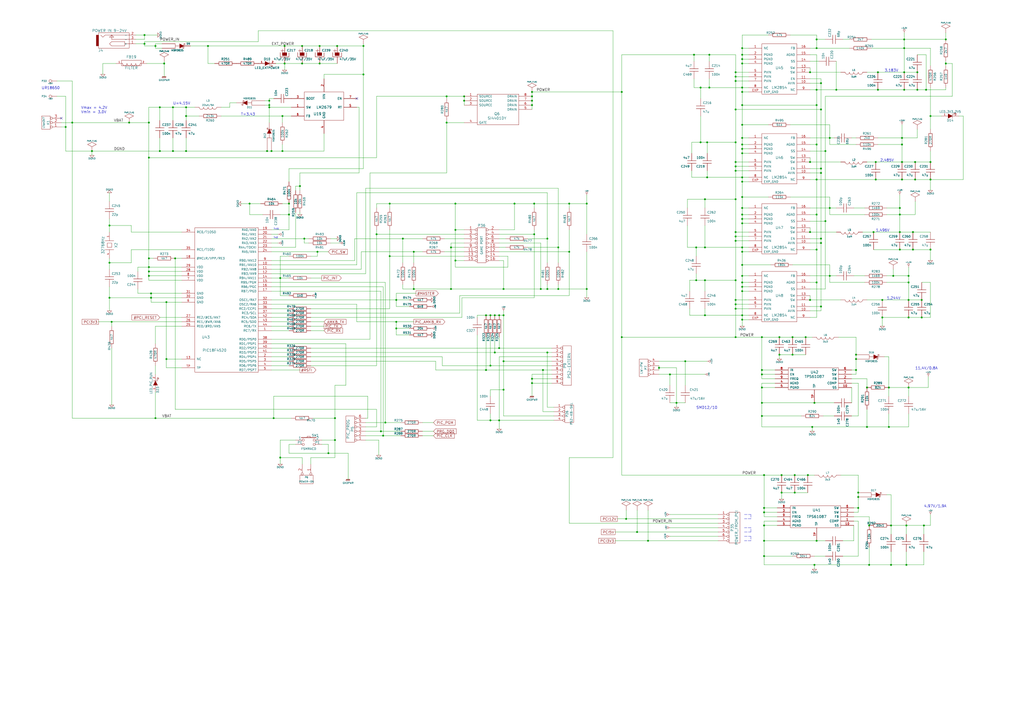
<source format=kicad_sch>
(kicad_sch (version 20230121) (generator eeschema)

  (uuid 64ae583b-8237-4211-94a5-c9f9401e6dcd)

  (paper "A2")

  (title_block
    (title "FireBee1 Projekt")
    (date "3 mar 2010")
    (rev "1.00")
    (company "MCS Aschwanden")
  )

  

  (junction (at 430.53 127) (diameter 0) (color 0 0 0 0)
    (uuid 004e9625-2783-4be3-bc72-0604c2132038)
  )
  (junction (at 524.51 41.91) (diameter 0) (color 0 0 0 0)
    (uuid 00544ff7-335f-4082-a4fe-c49c3eab6c17)
  )
  (junction (at 175.26 36.83) (diameter 0) (color 0 0 0 0)
    (uuid 00763ea8-34fe-4902-9e70-902887799d15)
  )
  (junction (at 469.9 41.91) (diameter 0) (color 0 0 0 0)
    (uuid 0130cca0-b394-4c01-8251-cd0c05313ff8)
  )
  (junction (at 308.61 60.96) (diameter 0) (color 0 0 0 0)
    (uuid 01a4d025-2658-42ad-8719-29432a0c01e7)
  )
  (junction (at 233.68 138.43) (diameter 0) (color 0 0 0 0)
    (uuid 0235ee20-25ea-430f-af15-583089752497)
  )
  (junction (at 430.53 102.87) (diameter 0) (color 0 0 0 0)
    (uuid 035789d8-5f28-4dd0-9c72-71cc78df8921)
  )
  (junction (at 426.72 137.16) (diameter 0) (color 0 0 0 0)
    (uuid 0449c432-6552-42bf-95ee-789cbde072c8)
  )
  (junction (at 86.36 71.12) (diameter 0) (color 0 0 0 0)
    (uuid 05a37609-b20f-4d7d-ad51-f8d7ef21944d)
  )
  (junction (at 281.94 214.63) (diameter 0) (color 0 0 0 0)
    (uuid 05c18841-b46d-443b-a06d-681321631aa8)
  )
  (junction (at 292.1 182.88) (diameter 0) (color 0 0 0 0)
    (uuid 06796987-f291-4db2-8a7f-6aab501478af)
  )
  (junction (at 430.53 80.01) (diameter 0) (color 0 0 0 0)
    (uuid 0700abb1-9977-40a1-9873-0f26bc150ae6)
  )
  (junction (at 426.72 162.56) (diameter 0) (color 0 0 0 0)
    (uuid 0b898243-95bf-414e-a1b0-e9224bd34e1b)
  )
  (junction (at 467.36 195.58) (diameter 0) (color 0 0 0 0)
    (uuid 0e5718c1-b614-4837-b57a-fc8174d4e788)
  )
  (junction (at 375.92 313.69) (diameter 0) (color 0 0 0 0)
    (uuid 10edc7bd-7524-40ee-a878-33e6a6dcdda3)
  )
  (junction (at 90.17 26.67) (diameter 0) (color 0 0 0 0)
    (uuid 11be29f5-0bfb-4981-aded-d51d45b26fe8)
  )
  (junction (at 441.96 241.3) (diameter 0) (color 0 0 0 0)
    (uuid 125fadaf-9e0a-40be-b29c-5e945db317c9)
  )
  (junction (at 527.05 184.15) (diameter 0) (color 0 0 0 0)
    (uuid 12ad0ab9-9dc2-43e7-8611-a86f78473be8)
  )
  (junction (at 156.21 58.42) (diameter 0) (color 0 0 0 0)
    (uuid 138264b3-4c3f-40e0-a42a-64b1b8eab58f)
  )
  (junction (at 308.61 219.71) (diameter 0) (color 0 0 0 0)
    (uuid 13953e6a-2a50-45a6-83b5-74481eb205f1)
  )
  (junction (at 313.69 167.64) (diameter 0) (color 0 0 0 0)
    (uuid 13c71721-fc21-4157-aa5b-7a9041001d26)
  )
  (junction (at 472.44 233.68) (diameter 0) (color 0 0 0 0)
    (uuid 1404c130-4377-44ff-a7fa-df56d1d272b1)
  )
  (junction (at 430.53 129.54) (diameter 0) (color 0 0 0 0)
    (uuid 1425b1cb-78eb-4841-83ce-6d4556b4504d)
  )
  (junction (at 308.61 222.25) (diameter 0) (color 0 0 0 0)
    (uuid 1449ca6a-baf6-4c64-9a9a-47f0f65ee1cd)
  )
  (junction (at 86.36 154.94) (diameter 0) (color 0 0 0 0)
    (uuid 162651e9-2c6f-4f66-bc1e-c63e2dd250b6)
  )
  (junction (at 548.64 22.86) (diameter 0) (color 0 0 0 0)
    (uuid 18f194a4-0a2f-488a-99d3-0b7e881b7101)
  )
  (junction (at 408.94 182.88) (diameter 0) (color 0 0 0 0)
    (uuid 1aaa56e2-421c-4bb3-a5dc-3ccb452b7f85)
  )
  (junction (at 521.97 144.78) (diameter 0) (color 0 0 0 0)
    (uuid 1d4f0ed3-6761-4ed2-9a4b-c907b6d87042)
  )
  (junction (at 314.96 214.63) (diameter 0) (color 0 0 0 0)
    (uuid 1e3f80b7-04d0-4717-b823-247d45ecf1bd)
  )
  (junction (at 539.75 104.14) (diameter 0) (color 0 0 0 0)
    (uuid 1e9821af-666b-4254-a851-e14f6d110f71)
  )
  (junction (at 223.52 245.11) (diameter 0) (color 0 0 0 0)
    (uuid 207e51fd-7767-4907-b44b-343e93101f76)
  )
  (junction (at 529.59 134.62) (diameter 0) (color 0 0 0 0)
    (uuid 222ad865-b4eb-4941-9d79-792b80b921ab)
  )
  (junction (at 411.48 50.8) (diameter 0) (color 0 0 0 0)
    (uuid 28d835c8-a8fc-4ad6-ab56-51148a768cd4)
  )
  (junction (at 452.12 205.74) (diameter 0) (color 0 0 0 0)
    (uuid 294a1964-d2b8-43b9-91f2-91950f03895f)
  )
  (junction (at 226.06 148.59) (diameter 0) (color 0 0 0 0)
    (uuid 2a0849c3-aecc-43bc-8dcd-635ee38f9572)
  )
  (junction (at 511.81 173.99) (diameter 0) (color 0 0 0 0)
    (uuid 2b2f042f-5f44-4b6d-9907-1d4e4106148b)
  )
  (junction (at 426.72 195.58) (diameter 0) (color 0 0 0 0)
    (uuid 2c003af6-a552-40ca-a885-7b88636e4527)
  )
  (junction (at 156.21 60.96) (diameter 0) (color 0 0 0 0)
    (uuid 2d8b4f97-7ef0-4b5d-85b2-0aadaca3b5cd)
  )
  (junction (at 515.62 224.79) (diameter 0) (color 0 0 0 0)
    (uuid 2eb02f9a-72a9-49ac-acbb-9f16dc385c48)
  )
  (junction (at 473.71 27.94) (diameter 0) (color 0 0 0 0)
    (uuid 2f292f24-34f0-4064-8c11-50b36a043dc3)
  )
  (junction (at 476.25 100.33) (diameter 0) (color 0 0 0 0)
    (uuid 30b5253d-d62c-4d5d-b021-ad072bb2567b)
  )
  (junction (at 162.56 161.29) (diameter 0) (color 0 0 0 0)
    (uuid 32c02c5f-7ab5-41b6-84f7-b34de5de2f0b)
  )
  (junction (at 86.36 157.48) (diameter 0) (color 0 0 0 0)
    (uuid 34c3d8ed-fb32-4333-a8a6-9fd02c39bd0b)
  )
  (junction (at 107.95 67.31) (diameter 0) (color 0 0 0 0)
    (uuid 37cb0d9d-ce5a-4460-81e8-c3601f8dbe82)
  )
  (junction (at 107.95 62.23) (diameter 0) (color 0 0 0 0)
    (uuid 3b89c45e-5be7-40e1-b0c0-73fc831fbfce)
  )
  (junction (at 264.16 151.13) (diameter 0) (color 0 0 0 0)
    (uuid 3b9f2361-0732-43ac-9bfb-e56af975a028)
  )
  (junction (at 515.62 247.65) (diameter 0) (color 0 0 0 0)
    (uuid 3bcebeda-97fc-43c6-bb25-3cc28bfc27a0)
  )
  (junction (at 184.15 146.05) (diameter 0) (color 0 0 0 0)
    (uuid 3ca2a228-f143-4ffb-a70e-6f128f86591f)
  )
  (junction (at 473.71 144.78) (diameter 0) (color 0 0 0 0)
    (uuid 3f1ecb37-3a73-4fc4-84c0-f7773d1ee270)
  )
  (junction (at 459.74 195.58) (diameter 0) (color 0 0 0 0)
    (uuid 3fa591ea-2117-44f2-8959-ec881c537d25)
  )
  (junction (at 408.94 115.57) (diameter 0) (color 0 0 0 0)
    (uuid 40e92bea-0763-4b50-9a5f-c1a86665506e)
  )
  (junction (at 430.53 168.91) (diameter 0) (color 0 0 0 0)
    (uuid 4130fc15-2393-420c-9508-9f164c738108)
  )
  (junction (at 523.24 80.01) (diameter 0) (color 0 0 0 0)
    (uuid 41ceb52c-9565-491d-80ea-6b44f89ae969)
  )
  (junction (at 430.53 105.41) (diameter 0) (color 0 0 0 0)
    (uuid 4257a71a-8462-4470-98e9-fdb70ab77799)
  )
  (junction (at 83.82 20.32) (diameter 0) (color 0 0 0 0)
    (uuid 430e1555-0c4a-4f2b-90f4-6f29b56e3b70)
  )
  (junction (at 473.71 52.07) (diameter 0) (color 0 0 0 0)
    (uuid 43aad600-1757-4b71-a1f0-bae342314400)
  )
  (junction (at 317.5 204.47) (diameter 0) (color 0 0 0 0)
    (uuid 45a45a70-c619-4479-a64f-fe8041da1986)
  )
  (junction (at 529.59 144.78) (diameter 0) (color 0 0 0 0)
    (uuid 47ab95c6-207b-4e03-8dca-78d67f376319)
  )
  (junction (at 63.5 130.81) (diameter 0) (color 0 0 0 0)
    (uuid 47c75fcc-64ab-432e-8882-c8804609ed63)
  )
  (junction (at 471.17 247.65) (diameter 0) (color 0 0 0 0)
    (uuid 48030087-b9d1-449a-a474-ff61a473b525)
  )
  (junction (at 430.53 182.88) (diameter 0) (color 0 0 0 0)
    (uuid 48282ec2-3c2c-4d70-96c8-b919b109d9c0)
  )
  (junction (at 430.53 83.82) (diameter 0) (color 0 0 0 0)
    (uuid 48f104ae-af3a-4b68-8c40-e43beb96fb6f)
  )
  (junction (at 426.72 41.91) (diameter 0) (color 0 0 0 0)
    (uuid 49de69b6-19cb-4aa0-90e8-c98590d33cb2)
  )
  (junction (at 502.92 247.65) (diameter 0) (color 0 0 0 0)
    (uuid 4a143d2c-e56e-4b9f-9b45-070b6cc9ac0a)
  )
  (junction (at 392.43 233.68) (diameter 0) (color 0 0 0 0)
    (uuid 4aa7b48a-8ab3-46e6-a339-40c7a365a3d2)
  )
  (junction (at 64.77 186.69) (diameter 0) (color 0 0 0 0)
    (uuid 4ac742cc-5e1a-4095-a082-d672993c6860)
  )
  (junction (at 525.78 327.66) (diameter 0) (color 0 0 0 0)
    (uuid 4d343285-c568-4d91-aa20-8f3fc7695fe2)
  )
  (junction (at 292.1 167.64) (diameter 0) (color 0 0 0 0)
    (uuid 4db8acac-5393-442e-9b88-6aede99b3b13)
  )
  (junction (at 496.57 214.63) (diameter 0) (color 0 0 0 0)
    (uuid 4eb981e6-da9a-467e-8bef-e5767ae0e326)
  )
  (junction (at 523.24 93.98) (diameter 0) (color 0 0 0 0)
    (uuid 4efe4f2b-84b3-4d23-8235-217986528aa1)
  )
  (junction (at 509.27 52.07) (diameter 0) (color 0 0 0 0)
    (uuid 4f2f0251-58b3-47ab-a853-72ef4e3481ad)
  )
  (junction (at 308.61 53.34) (diameter 0) (color 0 0 0 0)
    (uuid 4f31a3c2-e8d8-4a0d-8731-1d7d59745020)
  )
  (junction (at 430.53 166.37) (diameter 0) (color 0 0 0 0)
    (uuid 4f5c0787-8c20-4df0-b7ca-8cf278b08b12)
  )
  (junction (at 430.53 143.51) (diameter 0) (color 0 0 0 0)
    (uuid 507fc794-49d6-495e-ae7b-2404568495c8)
  )
  (junction (at 156.21 62.23) (diameter 0) (color 0 0 0 0)
    (uuid 50df2c91-d139-4f20-b714-4a0317d2567e)
  )
  (junction (at 548.64 36.83) (diameter 0) (color 0 0 0 0)
    (uuid 513df534-7865-403d-be79-9f0e745f5bea)
  )
  (junction (at 402.59 31.75) (diameter 0) (color 0 0 0 0)
    (uuid 52a0535c-dfec-4e21-a32a-e4cca5c23690)
  )
  (junction (at 426.72 46.99) (diameter 0) (color 0 0 0 0)
    (uuid 52c5f88d-d4f3-4d00-824c-b2a928aa4a89)
  )
  (junction (at 101.6 149.86) (diameter 0) (color 0 0 0 0)
    (uuid 53490050-9bf0-4c21-93bf-ec0a6f5a37c6)
  )
  (junction (at 92.71 87.63) (diameter 0) (color 0 0 0 0)
    (uuid 53a585eb-d94b-4c02-9d33-397111f7b740)
  )
  (junction (at 292.1 226.06) (diameter 0) (color 0 0 0 0)
    (uuid 548f686a-1801-44d2-b837-dc5d3be3f7f7)
  )
  (junction (at 63.5 152.4) (diameter 0) (color 0 0 0 0)
    (uuid 54992d97-fff1-4c7a-8100-e91e7cf2fe3c)
  )
  (junction (at 535.94 304.8) (diameter 0) (color 0 0 0 0)
    (uuid 55b740e1-7174-4ddf-b1c6-0c30599ba822)
  )
  (junction (at 410.21 82.55) (diameter 0) (color 0 0 0 0)
    (uuid 561dc049-f99f-4791-a542-b323da312dcb)
  )
  (junction (at 144.78 118.11) (diameter 0) (color 0 0 0 0)
    (uuid 56967233-f939-4bd6-a74d-644325bb5592)
  )
  (junction (at 521.97 120.65) (diameter 0) (color 0 0 0 0)
    (uuid 5921265f-9c05-4d3f-9e6f-ca33af0e04f4)
  )
  (junction (at 426.72 179.07) (diameter 0) (color 0 0 0 0)
    (uuid 5afb1047-0c03-455f-acd0-b8b436845210)
  )
  (junction (at 481.33 160.02) (diameter 0) (color 0 0 0 0)
    (uuid 5c8763e2-aa90-4c2a-816d-1c5a85339b8b)
  )
  (junction (at 430.53 160.02) (diameter 0) (color 0 0 0 0)
    (uuid 5d9fa625-29b7-4252-a65d-0b945c6a44a1)
  )
  (junction (at 539.75 67.31) (diameter 0) (color 0 0 0 0)
    (uuid 5e1241b1-dbaa-45c0-b107-47e6bdf8283c)
  )
  (junction (at 222.25 252.73) (diameter 0) (color 0 0 0 0)
    (uuid 5eb9aaf2-64a4-412e-9a3f-7333a2c4e217)
  )
  (junction (at 430.53 53.34) (diameter 0) (color 0 0 0 0)
    (uuid 5fd7f07c-959c-4243-9cdb-062c12d359a1)
  )
  (junction (at 218.44 135.89) (diameter 0) (color 0 0 0 0)
    (uuid 60b8a1b4-d763-4567-8c56-15f3feac7336)
  )
  (junction (at 120.65 26.67) (diameter 0) (color 0 0 0 0)
    (uuid 61380d55-b41e-448c-8fca-d4a40ef04e41)
  )
  (junction (at 426.72 93.98) (diameter 0) (color 0 0 0 0)
    (uuid 618ac83c-990f-41aa-a5d1-9cc8cc0c4b18)
  )
  (junction (at 86.36 160.02) (diameter 0) (color 0 0 0 0)
    (uuid 61e2b4d9-dcbe-4cb2-9988-5b8e70d7b10e)
  )
  (junction (at 83.82 25.4) (diameter 0) (color 0 0 0 0)
    (uuid 62bc379b-d56e-488c-89fe-97f0c12259ec)
  )
  (junction (at 430.53 36.83) (diameter 0) (color 0 0 0 0)
    (uuid 646f37fe-f8af-43d7-97a5-08a11a08c3fc)
  )
  (junction (at 173.99 107.95) (diameter 0) (color 0 0 0 0)
    (uuid 64f70764-8690-4622-86c6-a0e3df956ccc)
  )
  (junction (at 504.19 304.8) (diameter 0) (color 0 0 0 0)
    (uuid 65148307-7965-4362-b5a6-d67655848492)
  )
  (junction (at 478.79 128.27) (diameter 0) (color 0 0 0 0)
    (uuid 664a4187-d365-4851-bd04-c06ad1986a50)
  )
  (junction (at 504.19 327.66) (diameter 0) (color 0 0 0 0)
    (uuid 6828293e-0e37-4ccc-b6e2-ae01f353bc61)
  )
  (junction (at 473.71 83.82) (diameter 0) (color 0 0 0 0)
    (uuid 6a5c17ac-c928-4733-bc0f-a68c269a630c)
  )
  (junction (at 473.71 124.46) (diameter 0) (color 0 0 0 0)
    (uuid 6a5ed991-fc6f-4075-b901-7a141ea89efd)
  )
  (junction (at 441.96 195.58) (diameter 0) (color 0 0 0 0)
    (uuid 6b6e2406-284b-41b5-9b35-10016dd5063f)
  )
  (junction (at 107.95 87.63) (diameter 0) (color 0 0 0 0)
    (uuid 6bb219be-d844-468e-9e20-f9f6efa1874c)
  )
  (junction (at 430.53 185.42) (diameter 0) (color 0 0 0 0)
    (uuid 6d7a596c-1d04-4682-9633-9e5e5db1a2ac)
  )
  (junction (at 410.21 102.87) (diameter 0) (color 0 0 0 0)
    (uuid 703c5ce5-4af6-47af-8f33-62be48d990ff)
  )
  (junction (at 521.97 134.62) (diameter 0) (color 0 0 0 0)
    (uuid 7070e704-af11-4566-bd6f-93fed0517241)
  )
  (junction (at 443.23 322.58) (diameter 0) (color 0 0 0 0)
    (uuid 70f33d55-469e-47b7-9490-19604a6a260c)
  )
  (junction (at 38.1 73.66) (diameter 0) (color 0 0 0 0)
    (uuid 7167d5a3-7aec-4649-a6ab-f85c53eb922c)
  )
  (junction (at 96.52 175.26) (diameter 0) (color 0 0 0 0)
    (uuid 72073d34-017b-4a66-ae43-815b819c1db9)
  )
  (junction (at 157.48 87.63) (diameter 0) (color 0 0 0 0)
    (uuid 728e8468-dbea-42ef-a0e2-c53664220f1e)
  )
  (junction (at 453.39 285.75) (diameter 0) (color 0 0 0 0)
    (uuid 72f029f4-c1f8-436c-b9f4-407cdfe1eb65)
  )
  (junction (at 340.36 167.64) (diameter 0) (color 0 0 0 0)
    (uuid 72f29136-3c1f-4ac3-8ead-72270e9c7609)
  )
  (junction (at 308.61 58.42) (diameter 0) (color 0 0 0 0)
    (uuid 738e81cd-8bf3-49e7-a8e9-2688788c6c46)
  )
  (junction (at 476.25 97.79) (diameter 0) (color 0 0 0 0)
    (uuid 7583a41c-d696-4997-9387-a3d5256960d5)
  )
  (junction (at 284.48 243.84) (diameter 0) (color 0 0 0 0)
    (uuid 75ba0c75-d6a2-4e42-8e89-6594fca6d1cf)
  )
  (junction (at 154.94 87.63) (diameter 0) (color 0 0 0 0)
    (uuid 768e9fe3-76a6-4152-b86c-e6733ddd94bd)
  )
  (junction (at 452.12 195.58) (diameter 0) (color 0 0 0 0)
    (uuid 783008d2-9dc3-4ecb-a291-bb617e2e2004)
  )
  (junction (at 476.25 48.26) (diameter 0) (color 0 0 0 0)
    (uuid 7963c72d-c951-4596-99d6-c94626240ae8)
  )
  (junction (at 426.72 44.45) (diameter 0) (color 0 0 0 0)
    (uuid 7b18d818-26ed-4cbd-8f88-da6affa7b7a7)
  )
  (junction (at 397.51 209.55) (diameter 0) (color 0 0 0 0)
    (uuid 7b2010aa-ae3c-40b3-84e2-715e50323d33)
  )
  (junction (at 388.62 217.17) (diameter 0) (color 0 0 0 0)
    (uuid 7b63bb8c-772e-4482-a313-b2b9f31fd2ae)
  )
  (junction (at 518.16 160.02) (diameter 0) (color 0 0 0 0)
    (uuid 7b6592c3-66dc-47b8-acab-a32b22ac4d5b)
  )
  (junction (at 163.83 67.31) (diameter 0) (color 0 0 0 0)
    (uuid 7b91b3a8-e786-447a-bd49-79865623a5ca)
  )
  (junction (at 210.82 43.18) (diameter 0) (color 0 0 0 0)
    (uuid 7bace49c-b070-42d4-acef-91ffcd56c4e0)
  )
  (junction (at 426.72 176.53) (diameter 0) (color 0 0 0 0)
    (uuid 7e69ecad-6269-4bb3-af3b-a1b0c5d059fe)
  )
  (junction (at 481.33 80.01) (diameter 0) (color 0 0 0 0)
    (uuid 82681eca-42bc-496e-9266-f3eb708c1721)
  )
  (junction (at 403.86 162.56) (diameter 0) (color 0 0 0 0)
    (uuid 83b0d77f-9b7f-4372-9000-609bb079a2a0)
  )
  (junction (at 441.96 217.17) (diameter 0) (color 0 0 0 0)
    (uuid 83ba7fff-0e1c-4ff6-8b12-285754f3922b)
  )
  (junction (at 86.36 149.86) (diameter 0) (color 0 0 0 0)
    (uuid 83e20edc-f202-4fbe-9f4d-041877db3755)
  )
  (junction (at 284.48 212.09) (diameter 0) (color 0 0 0 0)
    (uuid 84dfc918-8ce4-4d35-9bc2-2f83ee3d2d99)
  )
  (junction (at 537.21 52.07) (diameter 0) (color 0 0 0 0)
    (uuid 850c6402-09c5-4002-af3a-7cdb287ba354)
  )
  (junction (at 527.05 163.83) (diameter 0) (color 0 0 0 0)
    (uuid 85a2a8b0-a739-42e9-9887-da0baf88ae9f)
  )
  (junction (at 369.57 308.61) (diameter 0) (color 0 0 0 0)
    (uuid 86914472-2201-466d-9f81-b5fa0a11e5cd)
  )
  (junction (at 240.03 146.05) (diameter 0) (color 0 0 0 0)
    (uuid 86ac6016-38a6-4573-9158-6646610b4d70)
  )
  (junction (at 511.81 184.15) (diameter 0) (color 0 0 0 0)
    (uuid 86fb178c-f0e2-4150-80eb-bb8e64f29681)
  )
  (junction (at 476.25 177.8) (diameter 0) (color 0 0 0 0)
    (uuid 87f69680-9d58-4263-8d56-5697fe0aefc4)
  )
  (junction (at 158.75 242.57) (diameter 0) (color 0 0 0 0)
    (uuid 887b8142-9c50-491f-b7f2-4ae3d0d169c6)
  )
  (junction (at 289.56 182.88) (diameter 0) (color 0 0 0 0)
    (uuid 89da4663-4445-47d1-98e3-610bca419599)
  )
  (junction (at 426.72 82.55) (diameter 0) (color 0 0 0 0)
    (uuid 8ce92272-b062-46d3-aa87-b231294b5cc9)
  )
  (junction (at 430.53 86.36) (diameter 0) (color 0 0 0 0)
    (uuid 8eb5a340-a350-407b-8dc1-cfada1710cfc)
  )
  (junction (at 292.1 209.55) (diameter 0) (color 0 0 0 0)
    (uuid 8ec2e114-9761-49fa-a35a-24eb138ac967)
  )
  (junction (at 430.53 163.83) (diameter 0) (color 0 0 0 0)
    (uuid 8f72e48b-5375-46bf-8739-c191dd7e38ef)
  )
  (junction (at 430.53 72.39) (diameter 0) (color 0 0 0 0)
    (uuid 8f8e7a2e-9b3f-450b-bcf2-459627bc895b)
  )
  (junction (at 459.74 205.74) (diameter 0) (color 0 0 0 0)
    (uuid 9072dea1-c853-4a7f-9132-09d4842cd07d)
  )
  (junction (at 524.51 22.86) (diameter 0) (color 0 0 0 0)
    (uuid 922bab67-12b1-4315-b87c-a465d3092184)
  )
  (junction (at 426.72 96.52) (diameter 0) (color 0 0 0 0)
    (uuid 92c3ad0c-abd5-411e-816e-02e315882fdb)
  )
  (junction (at 308.61 55.88) (diameter 0) (color 0 0 0 0)
    (uuid 93ab5e84-1ab8-479d-b682-63d63bcf457e)
  )
  (junction (at 330.2 146.05) (diameter 0) (color 0 0 0 0)
    (uuid 93f910fb-89a4-451e-9d2f-c94efa4486db)
  )
  (junction (at 426.72 115.57) (diameter 0) (color 0 0 0 0)
    (uuid 94ad1dcd-ee39-453d-a203-9e1ddfcbb786)
  )
  (junction (at 176.53 138.43) (diameter 0) (color 0 0 0 0)
    (uuid 95064b4f-c797-40c6-9712-63919840bbd3)
  )
  (junction (at 165.1 26.67) (diameter 0) (color 0 0 0 0)
    (uuid 9532c3cf-8efd-47e8-b121-6ad00cffdfac)
  )
  (junction (at 220.98 250.19) (diameter 0) (color 0 0 0 0)
    (uuid 958aaed3-2f61-4e5f-b17d-935620632128)
  )
  (junction (at 426.72 173.99) (diameter 0) (color 0 0 0 0)
    (uuid 95e612a1-4e30-4f55-b36d-404063bbfb70)
  )
  (junction (at 496.57 208.28) (diameter 0) (color 0 0 0 0)
    (uuid 96633e0c-8f0b-44dd-ac00-492bb43ff9f1)
  )
  (junction (at 472.44 327.66) (diameter 0) (color 0 0 0 0)
    (uuid 96c01c1c-e4f4-4cd4-97ff-eeac305c3d48)
  )
  (junction (at 430.53 124.46) (diameter 0) (color 0 0 0 0)
    (uuid 978626d3-3e8d-40e5-b99f-63607ca08e18)
  )
  (junction (at 478.79 87.63) (diameter 0) (color 0 0 0 0)
    (uuid 979a556c-652a-4e8a-9d13-9b7b3894ddee)
  )
  (junction (at 481.33 120.65) (diameter 0) (color 0 0 0 0)
    (uuid 988692fa-9c6f-48cc-b2fa-f1057a7db23a)
  )
  (junction (at 443.23 294.64) (diameter 0) (color 0 0 0 0)
    (uuid 98fe6131-d4e5-45d5-80ee-98d609dd5ec4)
  )
  (junction (at 53.34 87.63) (diameter 0) (color 0 0 0 0)
    (uuid 9937f6f8-62a8-4154-a130-24de2b0608e0)
  )
  (junction (at 360.68 195.58) (diameter 0) (color 0 0 0 0)
    (uuid 99eedf2e-4433-4fce-8b71-381480f3f5b4)
  )
  (junction (at 496.57 205.74) (diameter 0) (color 0 0 0 0)
    (uuid 9a581b09-d3db-48ca-856f-ff5cd4b66993)
  )
  (junction (at 408.94 143.51) (diameter 0) (color 0 0 0 0)
    (uuid 9c86b33a-816a-4702-88d8-4295ba91e5cd)
  )
  (junction (at 87.63 172.72) (diameter 0) (color 0 0 0 0)
    (uuid 9ca65f98-5f99-465a-8a72-5429cce18c58)
  )
  (junction (at 229.87 173.99) (diameter 0) (color 0 0 0 0)
    (uuid 9d10b941-5234-42c3-b92a-133ada3ab08a)
  )
  (junction (at 534.67 184.15) (diameter 0) (color 0 0 0 0)
    (uuid 9d4b26cd-49a6-4c3e-b2ba-9d67ef3487dd)
  )
  (junction (at 430.53 153.67) (diameter 0) (color 0 0 0 0)
    (uuid 9d4c9237-0cde-4f93-9d2f-cf7920aedb4f)
  )
  (junction (at 210.82 26.67) (diameter 0) (color 0 0 0 0)
    (uuid a10dfd60-9caf-4f04-864e-ce719feb3a1a)
  )
  (junction (at 441.96 214.63) (diameter 0) (color 0 0 0 0)
    (uuid a30b54bc-454b-4280-8f9d-0e7e51b63bdb)
  )
  (junction (at 430.53 114.3) (diameter 0) (color 0 0 0 0)
    (uuid a36c1f8e-0ff7-4767-80f7-5f7b1d376694)
  )
  (junction (at 226.06 118.11) (diameter 0) (color 0 0 0 0)
    (uuid a4153158-758c-4041-8066-ecdb1fbcfab9)
  )
  (junction (at 269.24 55.88) (diameter 0) (color 0 0 0 0)
    (uuid a54527f2-55a8-4e45-b861-a63c6d7b9323)
  )
  (junction (at 194.31 242.57) (diameter 0) (color 0 0 0 0)
    (uuid a67db50a-d29d-49d2-a45f-8ef87b702493)
  )
  (junction (at 86.36 91.44) (diameter 0) (color 0 0 0 0)
    (uuid a6d4fb19-2d91-43c5-9ccb-afa1c4cd7ddc)
  )
  (junction (at 426.72 99.06) (diameter 0) (color 0 0 0 0)
    (uuid a7c04f3e-ed40-478f-8105-a55aeac5b358)
  )
  (junction (at 167.64 118.11) (diameter 0) (color 0 0 0 0)
    (uuid a869f0ce-e74a-4996-93a0-5c4b151d0990)
  )
  (junction (at 430.53 34.29) (diameter 0) (color 0 0 0 0)
    (uuid a8746a85-087b-421c-91af-29b4012c69f7)
  )
  (junction (at 524.51 27.94) (diameter 0) (color 0 0 0 0)
    (uuid a8fbc4ca-1daf-4bb2-af36-9fd70571f9e2)
  )
  (junction (at 287.02 182.88) (diameter 0) (color 0 0 0 0)
    (uuid a93d0581-ac9b-4c53-b8e6-3bac425978db)
  )
  (junction (at 259.08 55.88) (diameter 0) (color 0 0 0 0)
    (uuid a9e2c488-2de7-4b8e-a1d9-db765e08687b)
  )
  (junction (at 229.87 190.5) (diameter 0) (color 0 0 0 0)
    (uuid aa1715f1-0501-4d92-88d8-3c306d46b328)
  )
  (junction (at 430.53 88.9) (diameter 0) (color 0 0 0 0)
    (uuid aa8d0429-a0e5-4f36-bdbb-374365848a04)
  )
  (junction (at 323.85 167.64) (diameter 0) (color 0 0 0 0)
    (uuid aac56be3-4f25-479a-9b25-eb03e6cd60a1)
  )
  (junction (at 509.27 41.91) (diameter 0) (color 0 0 0 0)
    (uuid ae1c4667-f380-48ce-808f-6d8516cbd11f)
  )
  (junction (at 309.88 135.89) (diameter 0) (color 0 0 0 0)
    (uuid ae9cd353-e2cf-4833-99bd-78aa191e9efc)
  )
  (junction (at 524.51 52.07) (diameter 0) (color 0 0 0 0)
    (uuid aee7d663-7ef4-4068-9328-baa19b637944)
  )
  (junction (at 527.05 224.79) (diameter 0) (color 0 0 0 0)
    (uuid af84a76c-0868-4578-b5d8-673c56b863d4)
  )
  (junction (at 90.17 242.57) (diameter 0) (color 0 0 0 0)
    (uuid af9a1ba9-225b-4bad-96c5-f58a31f87a0a)
  )
  (junction (at 190.5 262.89) (diameter 0) (color 0 0 0 0)
    (uuid afdb8cba-8dca-4c71-aea5-f07dc861687a)
  )
  (junction (at 430.53 27.94) (diameter 0) (color 0 0 0 0)
    (uuid b0ded5c2-90b9-43e6-8e08-3d30e9953795)
  )
  (junction (at 523.24 83.82) (diameter 0) (color 0 0 0 0)
    (uuid b12da891-12ba-4eab-8c8c-942c58e4622c)
  )
  (junction (at 469.9 173.99) (diameter 0) (color 0 0 0 0)
    (uuid b16a3ba0-b8fc-4a5e-ad5d-e936f744ad2a)
  )
  (junction (at 41.91 71.12) (diameter 0) (color 0 0 0 0)
    (uuid b2963d29-49e5-4a84-84d6-d763ffb08619)
  )
  (junction (at 476.25 63.5) (diameter 0) (color 0 0 0 0)
    (uuid b3af4e02-08d1-43c2-9de0-609586689acc)
  )
  (junction (at 165.1 36.83) (diameter 0) (color 0 0 0 0)
    (uuid b51ca88d-63d5-4801-a1c1-f02786922824)
  )
  (junction (at 289.56 243.84) (diameter 0) (color 0 0 0 0)
    (uuid b5a726b4-11f2-490c-be39-182c99ffba9a)
  )
  (junction (at 527.05 173.99) (diameter 0) (color 0 0 0 0)
    (uuid b5c23738-51c9-4ed7-ab23-6adfef4fd088)
  )
  (junction (at 289.56 201.93) (diameter 0) (color 0 0 0 0)
    (uuid b5d85574-1844-458d-8e70-6bba8e9f9d47)
  )
  (junction (at 469.9 134.62) (diameter 0) (color 0 0 0 0)
    (uuid b68b56f4-c57c-4ce5-9cad-39f8ec62e5e5)
  )
  (junction (at 441.96 233.68) (diameter 0) (color 0 0 0 0)
    (uuid b6fbb4c3-eb43-480a-9f2f-797a1b6c0227)
  )
  (junction (at 287.02 204.47) (diameter 0) (color 0 0 0 0)
    (uuid b7365a2c-7d42-402f-8118-8e79c75781d7)
  )
  (junction (at 443.23 304.8) (diameter 0) (color 0 0 0 0)
    (uuid b7ad6247-9cdb-4111-8a6f-92f10564ffca)
  )
  (junction (at 360.68 53.34) (diameter 0) (color 0 0 0 0)
    (uuid b874dfd9-49df-4344-8fea-46235362beba)
  )
  (junction (at 194.31 255.27) (diameter 0) (color 0 0 0 0)
    (uuid b87752e7-fd3a-4632-80f9-1aebb991e6f5)
  )
  (junction (at 539.75 144.78) (diameter 0) (color 0 0 0 0)
    (uuid b8cc2f97-d2f7-4f2a-aa2c-aae409e55bde)
  )
  (junction (at 508 93.98) (diameter 0) (color 0 0 0 0)
    (uuid b971074a-9b51-42f6-b462-3be773004a70)
  )
  (junction (at 430.53 60.96) (diameter 0) (color 0 0 0 0)
    (uuid b9c30b23-d57b-486b-bc34-68760b50edfa)
  )
  (junction (at 532.13 41.91) (diameter 0) (color 0 0 0 0)
    (uuid bb0aab13-cb2b-4ec1-93b5-1f749693d727)
  )
  (junction (at 330.2 118.11) (diameter 0) (color 0 0 0 0)
    (uuid bc263f1f-a2bc-440e-b5c5-3b81f9610531)
  )
  (junction (at 453.39 275.59) (diameter 0) (color 0 0 0 0)
    (uuid bc3c9972-9bb0-4a0f-a00c-7f123b11ce6e)
  )
  (junction (at 87.63 170.18) (diameter 0) (color 0 0 0 0)
    (uuid be7f98cb-7d53-45fb-9feb-3e33b066506f)
  )
  (junction (at 317.5 167.64) (diameter 0) (color 0 0 0 0)
    (uuid be8fe913-28d4-49cf-847f-1b11498ffffc)
  )
  (junction (at 298.45 118.11) (diameter 0) (color 0 0 0 0)
    (uuid bf3aa868-5fb3-4d3d-8f8e-7661d0250eae)
  )
  (junction (at 185.42 26.67) (diameter 0) (color 0 0 0 0)
    (uuid bfea64b1-934e-4f2a-b531-ef9ad593cf54)
  )
  (junction (at 426.72 139.7) (diameter 0) (color 0 0 0 0)
    (uuid c120e4c6-4f11-49ca-baa9-ff37f5c2a41b)
  )
  (junction (at 195.58 26.67) (diameter 0) (color 0 0 0 0)
    (uuid c18e06e1-cfac-40b3-b7e9-adce46c2570c)
  )
  (junction (at 476.25 138.43) (diameter 0) (color 0 0 0 0)
    (uuid c1df84bd-83c9-406b-8bb8-ef2cfd763fc3)
  )
  (junction (at 363.22 300.99) (diameter 0) (color 0 0 0 0)
    (uuid c26f53a9-3aef-4680-bfe2-631a7d7d8446)
  )
  (junction (at 95.25 36.83) (diameter 0) (color 0 0 0 0)
    (uuid c2e1fb46-7ddc-407a-aa85-64658e507f15)
  )
  (junction (at 284.48 182.88) (diameter 0) (color 0 0 0 0)
    (uuid c328d1c4-41ab-493b-b303-7da41bbe972e)
  )
  (junction (at 406.4 82.55) (diameter 0) (color 0 0 0 0)
    (uuid c3ce6f75-654e-4f71-81b9-b07ec3597bee)
  )
  (junction (at 96.52 208.28) (diameter 0) (color 0 0 0 0)
    (uuid c7826f27-5da0-45ec-b85e-b96aca27ad98)
  )
  (junction (at 469.9 93.98) (diameter 0) (color 0 0 0 0)
    (uuid c9891efc-2d3f-4688-aeb6-f6bdd13befe7)
  )
  (junction (at 323.85 143.51) (diameter 0) (color 0 0 0 0)
    (uuid ca0cb3fa-1348-4666-be4e-d9d46aace7f6)
  )
  (junction (at 441.96 224.79) (diameter 0) (color 0 0 0 0)
    (uuid cbd347c6-d056-4a51-ae13-d5465a0dc148)
  )
  (junction (at 100.33 87.63) (diameter 0) (color 0 0 0 0)
    (uuid ccca5e94-191b-48fc-a315-75db20c4a0ca)
  )
  (junction (at 473.71 60.96) (diameter 0) (color 0 0 0 0)
    (uuid cf561d92-f83a-4216-b283-041eb485f485)
  )
  (junction (at 443.23 313.69) (diameter 0) (color 0 0 0 0)
    (uuid cfa75c81-022a-432d-907c-07920914fa15)
  )
  (junction (at 403.86 143.51) (diameter 0) (color 0 0 0 0)
    (uuid d0025a42-d08f-423e-a9b3-3f720c97bc88)
  )
  (junction (at 63.5 172.72) (diameter 0) (color 0 0 0 0)
    (uuid d019f7ac-6f0c-41f8-aa62-55f4b2ba2f35)
  )
  (junction (at 516.89 304.8) (diameter 0) (color 0 0 0 0)
    (uuid d1438d7e-67cf-4d34-984b-94c4d2ce90b4)
  )
  (junction (at 523.24 104.14) (diameter 0) (color 0 0 0 0)
    (uuid d2e5cfac-881f-476c-8490-af74fee43084)
  )
  (junction (at 281.94 182.88) (diameter 0) (color 0 0 0 0)
    (uuid d3c62efb-d805-4f15-861c-0ca78eb244d1)
  )
  (junction (at 534.67 173.99) (diameter 0) (color 0 0 0 0)
    (uuid d46b6f82-a4e0-4ab1-afc1-235f7ae95039)
  )
  (junction (at 521.97 124.46) (diameter 0) (color 0 0 0 0)
    (uuid d4b07992-0013-4c8c-bd02-a3b1fc6afd0c)
  )
  (junction (at 516.89 327.66) (diameter 0) (color 0 0 0 0)
    (uuid d702cde3-d0cf-42c5-b277-deb57ff90c36)
  )
  (junction (at 476.25 140.97) (diameter 0) (color 0 0 0 0)
    (uuid d80eae87-8721-4769-9e07-b8dcc8b80e53)
  )
  (junction (at 508 104.14) (diameter 0) (color 0 0 0 0)
    (uuid d98dbdc9-8650-40bf-aa76-4e7ac8750985)
  )
  (junction (at 261.62 143.51) (diameter 0) (color 0 0 0 0)
    (uuid d9a01d67-2fe2-4a9c-ade1-38eb50ffdac0)
  )
  (junction (at 468.63 275.59) (diameter 0) (color 0 0 0 0)
    (uuid da6cc656-f51e-4535-b890-0271d187b57f)
  )
  (junction (at 539.75 93.98) (diameter 0) (color 0 0 0 0)
    (uuid dac8d9d9-cf4f-4796-b210-7b1339d643ce)
  )
  (junction (at 167.64 124.46) (diameter 0) (color 0 0 0 0)
    (uuid db2bb92d-a6ab-42f8-b21b-d6d9541bfdad)
  )
  (junction (at 229.87 186.69) (diameter 0) (color 0 0 0 0)
    (uuid db361392-84d3-4105-bdda-9f6ebccf1fd1)
  )
  (junction (at 269.24 58.42) (diameter 0) (color 0 0 0 0)
    (uuid dcefa2fb-7404-4f71-b039-f4d6b27f3f77)
  )
  (junction (at 430.53 31.75) (diameter 0) (color 0 0 0 0)
    (uuid dd7c1340-8567-4262-81d2-2181b3a19183)
  )
  (junction (at 259.08 71.12) (diameter 0) (color 0 0 0 0)
    (uuid ddbd491b-1948-4fc8-a7a5-b6ecbad0cfe3)
  )
  (junction (at 92.71 62.23) (diameter 0) (color 0 0 0 0)
    (uuid df9de68e-7aea-4afe-bd09-9cc8e7f4aa8b)
  )
  (junction (at 163.83 87.63) (diameter 0) (color 0 0 0 0)
    (uuid dfaa76b5-0689-4aeb-a0e5-da45f16772dc)
  )
  (junction (at 473.71 22.86) (diameter 0) (color 0 0 0 0)
    (uuid e110ee86-a04c-4aff-b100-04b97e4b1d0c)
  )
  (junction (at 426.72 63.5) (diameter 0) (color 0 0 0 0)
    (uuid e11197ed-7096-4c3d-acb9-85f7ce6cab84)
  )
  (junction (at 430.53 50.8) (diameter 0) (color 0 0 0 0)
    (uuid e1c10f7c-ec31-4c2b-b63d-3518b0dec725)
  )
  (junction (at 506.73 134.62) (diameter 0) (color 0 0 0 0)
    (uuid e1d334ba-1dde-4fbb-b8dd-329cf2dc4435)
  )
  (junction (at 473.71 163.83) (diameter 0) (color 0 0 0 0)
    (uuid e2178289-5242-48c0-ab79-5fe020919591)
  )
  (junction (at 485.14 52.07) (diameter 0) (color 0 0 0 0)
    (uuid e236215f-117a-4af3-9bef-c3a50f79cc12)
  )
  (junction (at 461.01 275.59) (diameter 0) (color 0 0 0 0)
    (uuid e26499dc-26c9-49fe-ac1b-08f60b6e7d06)
  )
  (junction (at 406.4 50.8) (diameter 0) (color 0 0 0 0)
    (uuid e4074043-652b-445a-bc82-d6d8295b6ce8)
  )
  (junction (at 162.56 265.43) (diameter 0) (color 0 0 0 0)
    (uuid e5776b70-f598-441c-9aa5-5886e7424655)
  )
  (junction (at 411.48 31.75) (diameter 0) (color 0 0 0 0)
    (uuid e5be51c1-78a5-49ad-baa3-65bcf8bd7c5e)
  )
  (junction (at 408.94 162.56) (diameter 0) (color 0 0 0 0)
    (uuid e61c08c9-52f2-4422-96af-989ccda9ace0)
  )
  (junction (at 443.23 275.59) (diameter 0) (color 0 0 0 0)
    (uuid e6b3dc41-e1a2-4b01-946d-08c64ecb61d6)
  )
  (junction (at 175.26 26.67) (diameter 0) (color 0 0 0 0)
    (uuid e7a1faa7-f69d-4a52-bff0-f67851bf8979)
  )
  (junction (at 264.16 118.11) (diameter 0) (color 0 0 0 0)
    (uuid ea6b19c9-ae4a-4f91-af61-3f5a970eee4d)
  )
  (junction (at 426.72 134.62) (diameter 0) (color 0 0 0 0)
    (uuid ec457b85-80e4-484e-a273-44fc6936a870)
  )
  (junction (at 497.84 285.75) (diameter 0) (color 0 0 0 0)
    (uuid ecfc14e9-784d-4a05-a352-582b506a1492)
  )
  (junction (at 100.33 62.23) (diameter 0) (color 0 0 0 0)
    (uuid ef4e737e-62aa-4245-a97d-9878d6306285)
  )
  (junction (at 430.53 120.65) (diameter 0) (color 0 0 0 0)
    (uuid f02febfb-468c-4a62-b249-77285dc39bf7)
  )
  (junction (at 185.42 36.83) (diameter 0) (color 0 0 0 0)
    (uuid f103abcb-5cdb-4057-b459-359fa4f6d824)
  )
  (junction (at 264.16 133.35) (diameter 0) (color 0 0 0 0)
    (uuid f17d6f14-4fdc-45f4-a7fd-bae16bffb1f8)
  )
  (junction (at 309.88 118.11) (diameter 0) (color 0 0 0 0)
    (uuid f1a0daca-e3ce-430a-9bd6-5c04260875b9)
  )
  (junction (at 430.53 146.05) (diameter 0) (color 0 0 0 0)
    (uuid f289d9df-c450-4f37-ba8b-230192e614f9)
  )
  (junction (at 461.01 285.75) (diameter 0) (color 0 0 0 0)
    (uuid f3d48459-b0f4-4ea6-8ed8-aef6c3aae013)
  )
  (junction (at 497.84 288.29) (diameter 0) (color 0 0 0 0)
    (uuid f61ea940-acbc-4738-b12e-53b7161c4df0)
  )
  (junction (at 532.13 52.07) (diameter 0) (color 0 0 0 0)
    (uuid f62c558f-4098-425f-9d98-7c4802f7dc09)
  )
  (junction (at 340.36 118.11) (diameter 0) (color 0 0 0 0)
    (uuid f884ec84-47ab-4118-84aa-177692905d44)
  )
  (junction (at 527.05 160.02) (diameter 0) (color 0 0 0 0)
    (uuid f892d6d4-baeb-409c-be22-8dff8ea64de2)
  )
  (junction (at 382.27 213.36) (diameter 0) (color 0 0 0 0)
    (uuid fa29185f-ca2b-4da6-9787-4b7ff5f548be)
  )
  (junction (at 261.62 167.64) (diameter 0) (color 0 0 0 0)
    (uuid fa70c0d3-8223-404a-920a-6d1faa9d5093)
  )
  (junction (at 497.84 294.64) (diameter 0) (color 0 0 0 0)
    (uuid fa9d8556-2cf4-40dd-b797-07dd24a4e9ad)
  )
  (junction (at 473.71 313.69) (diameter 0) (color 0 0 0 0)
    (uuid faa57c51-302d-4635-8840-8d184f2cf75f)
  )
  (junction (at 443.23 297.18) (diameter 0) (color 0 0 0 0)
    (uuid fba541f2-8893-417e-8546-1b5ff7bf195d)
  )
  (junction (at 240.03 167.64) (diameter 0) (color 0 0 0 0)
    (uuid fcc160ec-2780-44f9-8ffb-4c3d420125d3)
  )
  (junction (at 525.78 304.8) (diameter 0) (color 0 0 0 0)
    (uuid fe04710b-4d41-48a0-a4a3-95bf0643c270)
  )
  (junction (at 530.86 104.14) (diameter 0) (color 0 0 0 0)
    (uuid fe0e7c96-0615-4641-aebf-2227f6147e3d)
  )
  (junction (at 317.5 138.43) (diameter 0) (color 0 0 0 0)
    (uuid fe191b0a-226d-4d5d-acfd-8f672122bede)
  )
  (junction (at 502.92 224.79) (diameter 0) (color 0 0 0 0)
    (uuid fe43e244-1512-40df-a43d-055b535d4213)
  )
  (junction (at 530.86 93.98) (diameter 0) (color 0 0 0 0)
    (uuid fe5b2446-73e3-4bc0-ac2d-f820a448f46a)
  )
  (junction (at 473.71 104.14) (diameter 0) (color 0 0 0 0)
    (uuid ff593e99-3c0f-49ed-8471-5f576215c6aa)
  )
  (junction (at 74.93 71.12) (diameter 0) (color 0 0 0 0)
    (uuid ff80aa38-b112-43a8-9f32-284003754932)
  )

  (no_connect (at 207.01 57.15) (uuid a33907e3-b062-4896-be86-ee2f44a9a710))
  (no_connect (at 35.56 68.58) (uuid fa76efd2-2c1d-49e9-b35f-86aca28648b1))

  (wire (pts (xy 101.6 149.86) (xy 101.6 237.49))
    (stroke (width 0) (type default))
    (uuid 001aee99-2529-48c2-a585-f2f6ec73a62b)
  )
  (wire (pts (xy 171.45 107.95) (xy 173.99 107.95))
    (stroke (width 0) (type default))
    (uuid 003bfbb0-2291-47b2-99a4-5b6b73e3fe90)
  )
  (wire (pts (xy 443.23 275.59) (xy 360.68 275.59))
    (stroke (width 0) (type default))
    (uuid 004a6250-b3db-4f28-950a-60242fbf0a77)
  )
  (wire (pts (xy 535.94 304.8) (xy 539.75 304.8))
    (stroke (width 0) (type default))
    (uuid 006a627f-c416-4439-87d3-78633fcdd286)
  )
  (wire (pts (xy 107.95 87.63) (xy 100.33 87.63))
    (stroke (width 0) (type default))
    (uuid 006c5fad-d219-4ef6-aab2-d832c063487b)
  )
  (wire (pts (xy 133.35 59.69) (xy 133.35 62.23))
    (stroke (width 0) (type default))
    (uuid 0125f07a-fad7-4b75-908a-9e272b3870e7)
  )
  (wire (pts (xy 411.48 50.8) (xy 406.4 50.8))
    (stroke (width 0) (type default))
    (uuid 012df448-b283-4a91-b0f1-63a568383464)
  )
  (wire (pts (xy 441.96 247.65) (xy 471.17 247.65))
    (stroke (width 0) (type default))
    (uuid 017287c2-9c98-48db-a0cf-81cfacb7ad8b)
  )
  (wire (pts (xy 430.53 168.91) (xy 430.53 166.37))
    (stroke (width 0) (type default))
    (uuid 01ad6e29-32fe-4bd0-a927-de5ed472c71d)
  )
  (wire (pts (xy 41.91 71.12) (xy 41.91 46.99))
    (stroke (width 0) (type default))
    (uuid 020888e9-c92e-4e1e-944a-ba3dec786f0c)
  )
  (wire (pts (xy 481.33 72.39) (xy 458.47 72.39))
    (stroke (width 0) (type default))
    (uuid 023c81d0-c6ad-42a2-ad0c-8a7d28a7eb8e)
  )
  (wire (pts (xy 33.02 55.88) (xy 38.1 55.88))
    (stroke (width 0) (type default))
    (uuid 0268ab33-71d9-43fa-90de-3761235d8bb9)
  )
  (wire (pts (xy 320.04 201.93) (xy 289.56 201.93))
    (stroke (width 0) (type default))
    (uuid 02c600c9-95f3-4c60-bc1c-fde256670f41)
  )
  (wire (pts (xy 187.96 87.63) (xy 163.83 87.63))
    (stroke (width 0) (type default))
    (uuid 02ee6836-d70e-4a2c-99c4-0d5cac46d41a)
  )
  (wire (pts (xy 83.82 20.32) (xy 78.74 20.32))
    (stroke (width 0) (type default))
    (uuid 03298dfa-1019-4fba-8308-78d6e042b30d)
  )
  (wire (pts (xy 473.71 104.14) (xy 473.71 124.46))
    (stroke (width 0) (type default))
    (uuid 0345a048-ee17-4be4-a351-853a90931380)
  )
  (wire (pts (xy 441.96 214.63) (xy 441.96 217.17))
    (stroke (width 0) (type default))
    (uuid 03cd42ad-400a-4ff9-8d8b-cf5a19e0e214)
  )
  (wire (pts (xy 226.06 120.65) (xy 226.06 118.11))
    (stroke (width 0) (type default))
    (uuid 04bb656e-4100-4a38-bdde-ad092ed2c2aa)
  )
  (wire (pts (xy 269.24 55.88) (xy 269.24 58.42))
    (stroke (width 0) (type default))
    (uuid 04ca2c2c-2229-41a9-9c34-09230caf85f2)
  )
  (wire (pts (xy 504.19 304.8) (xy 504.19 299.72))
    (stroke (width 0) (type default))
    (uuid 05135bb3-c472-4acb-a18c-22fa7ca1a3dc)
  )
  (wire (pts (xy 63.5 156.21) (xy 63.5 152.4))
    (stroke (width 0) (type default))
    (uuid 055d30c3-1bba-4fd4-bef7-23dae4547ed5)
  )
  (wire (pts (xy 430.53 163.83) (xy 430.53 160.02))
    (stroke (width 0) (type default))
    (uuid 05653e4b-6f6a-431d-be6f-c01c98d5521a)
  )
  (wire (pts (xy 521.97 124.46) (xy 521.97 120.65))
    (stroke (width 0) (type default))
    (uuid 057c615b-b219-4869-936b-f08e453a2e94)
  )
  (wire (pts (xy 226.06 179.07) (xy 180.34 179.07))
    (stroke (width 0) (type default))
    (uuid 05c78a96-c2f6-46cc-a81f-d42dc8c40bfc)
  )
  (wire (pts (xy 93.98 27.94) (xy 90.17 27.94))
    (stroke (width 0) (type default))
    (uuid 05cf5e86-be19-4300-8150-db97f0c06fc4)
  )
  (wire (pts (xy 167.64 105.41) (xy 167.64 97.79))
    (stroke (width 0) (type default))
    (uuid 05f39c6c-0ebc-449a-a23a-47d71a78b920)
  )
  (wire (pts (xy 430.53 86.36) (xy 430.53 83.82))
    (stroke (width 0) (type default))
    (uuid 06419d9a-c1b5-476c-8c87-d353c1c32e1e)
  )
  (wire (pts (xy 287.02 204.47) (xy 180.34 204.47))
    (stroke (width 0) (type default))
    (uuid 06d69629-3c32-46c8-a888-50654af448c7)
  )
  (wire (pts (xy 416.56 311.15) (xy 388.62 311.15))
    (stroke (width 0) (type default))
    (uuid 06db3cb8-2315-46e2-9556-2eee635e1722)
  )
  (wire (pts (xy 167.64 181.61) (xy 157.48 181.61))
    (stroke (width 0) (type default))
    (uuid 070dc5ea-2dad-47cc-af02-a2e4674a23e0)
  )
  (wire (pts (xy 382.27 214.63) (xy 382.27 213.36))
    (stroke (width 0) (type default))
    (uuid 07abb14a-94ab-4966-b19a-c1be273f27d2)
  )
  (wire (pts (xy 530.86 124.46) (xy 530.86 116.84))
    (stroke (width 0) (type default))
    (uuid 07af7976-f698-455a-ac1c-296289dc3a99)
  )
  (wire (pts (xy 207.01 111.76) (xy 207.01 153.67))
    (stroke (width 0) (type default))
    (uuid 07b2da68-8363-4735-ace1-1597ca6dc922)
  )
  (wire (pts (xy 223.52 245.11) (xy 212.09 245.11))
    (stroke (width 0) (type default))
    (uuid 07c97bc5-1fe7-4fac-9d60-ff1aad3aa38e)
  )
  (wire (pts (xy 240.03 167.64) (xy 240.03 165.1))
    (stroke (width 0) (type default))
    (uuid 07de152c-7b00-41ea-b68b-f2c3f4be88c7)
  )
  (wire (pts (xy 476.25 180.34) (xy 476.25 177.8))
    (stroke (width 0) (type default))
    (uuid 080dfa1f-008b-4cc6-8e85-19042ff78ed4)
  )
  (wire (pts (xy 430.53 31.75) (xy 434.34 31.75))
    (stroke (width 0) (type default))
    (uuid 080e3ea1-c4d6-4cbe-8866-d829f5b97b1f)
  )
  (wire (pts (xy 514.35 287.02) (xy 516.89 287.02))
    (stroke (width 0) (type default))
    (uuid 0858349f-8400-405c-b97a-334e9a850aa7)
  )
  (wire (pts (xy 497.84 294.64) (xy 495.3 294.64))
    (stroke (width 0) (type default))
    (uuid 09430fb3-ddd3-4fb8-b632-1949ab77f68d)
  )
  (wire (pts (xy 521.97 134.62) (xy 521.97 124.46))
    (stroke (width 0) (type default))
    (uuid 09f7fb4f-3672-471b-a348-a5a3859647b8)
  )
  (wire (pts (xy 481.33 153.67) (xy 459.74 153.67))
    (stroke (width 0) (type default))
    (uuid 0a5a17c6-31de-497b-bcbe-dc7ac7354f07)
  )
  (wire (pts (xy 87.63 175.26) (xy 96.52 175.26))
    (stroke (width 0) (type default))
    (uuid 0aef5911-92d3-4038-8b34-6d9eb206285e)
  )
  (wire (pts (xy 120.65 26.67) (xy 165.1 26.67))
    (stroke (width 0) (type default))
    (uuid 0b351406-4616-474f-a5fc-c91e6dae78f4)
  )
  (wire (pts (xy 363.22 300.99) (xy 358.14 300.99))
    (stroke (width 0) (type default))
    (uuid 0b37fca3-203d-4981-91a6-be5e417517f8)
  )
  (wire (pts (xy 473.71 83.82) (xy 473.71 104.14))
    (stroke (width 0) (type default))
    (uuid 0b43b964-7a63-439c-b5a1-b65c1a215af4)
  )
  (wire (pts (xy 179.07 138.43) (xy 176.53 138.43))
    (stroke (width 0) (type default))
    (uuid 0b6b7a57-b7b7-44a4-88e9-d4e9c99cc1f9)
  )
  (wire (pts (xy 506.73 134.62) (xy 500.38 134.62))
    (stroke (width 0) (type default))
    (uuid 0b6e8719-b77e-41d1-9d18-1514bacf8197)
  )
  (wire (pts (xy 90.17 25.4) (xy 90.17 26.67))
    (stroke (width 0) (type default))
    (uuid 0bd9db04-7737-4225-b616-6ebbfd0084c3)
  )
  (wire (pts (xy 476.25 140.97) (xy 469.9 140.97))
    (stroke (width 0) (type default))
    (uuid 0be841de-8a82-4a2d-a6cd-e9a2fc7f7905)
  )
  (wire (pts (xy 426.72 195.58) (xy 426.72 179.07))
    (stroke (width 0) (type default))
    (uuid 0bf6cf65-661f-48c6-a5d4-d1c494712dd1)
  )
  (wire (pts (xy 53.34 87.63) (xy 38.1 87.63))
    (stroke (width 0) (type default))
    (uuid 0c4f227f-1235-45fc-b787-053403cf98b2)
  )
  (wire (pts (xy 548.64 36.83) (xy 548.64 38.1))
    (stroke (width 0) (type default))
    (uuid 0c6d2edd-97f1-48a7-a710-1e28d99c09aa)
  )
  (wire (pts (xy 521.97 124.46) (xy 530.86 124.46))
    (stroke (width 0) (type default))
    (uuid 0ca8acbb-df0f-42f8-90ce-0516cfa8a77a)
  )
  (wire (pts (xy 430.53 153.67) (xy 430.53 146.05))
    (stroke (width 0) (type default))
    (uuid 0d21c809-d2a9-479e-8a17-b8f18e61699b)
  )
  (wire (pts (xy 388.62 217.17) (xy 408.94 217.17))
    (stroke (width 0) (type default))
    (uuid 0d4e07c0-fca8-4268-92e7-01bb6ab33bb8)
  )
  (wire (pts (xy 90.17 212.09) (xy 90.17 217.17))
    (stroke (width 0) (type default))
    (uuid 0dafb882-c3e0-40cd-9a75-3e3286366bb3)
  )
  (wire (pts (xy 167.64 207.01) (xy 157.48 207.01))
    (stroke (width 0) (type default))
    (uuid 0ddb2635-1047-46cb-b336-3edde3bf8bd4)
  )
  (wire (pts (xy 430.53 189.23) (xy 430.53 185.42))
    (stroke (width 0) (type default))
    (uuid 0de49081-e955-4c87-966e-87d90bfa9645)
  )
  (wire (pts (xy 308.61 222.25) (xy 320.04 222.25))
    (stroke (width 0) (type default))
    (uuid 0df77ff3-2e44-4f61-aa09-b77b4ad324b3)
  )
  (wire (pts (xy 535.94 320.04) (xy 535.94 327.66))
    (stroke (width 0) (type default))
    (uuid 0e2091e0-8d5e-4e54-a97e-2e3d749f714c)
  )
  (wire (pts (xy 213.36 242.57) (xy 213.36 229.87))
    (stroke (width 0) (type default))
    (uuid 0e26ba10-22ce-4337-a568-08e544a0fdd1)
  )
  (wire (pts (xy 292.1 226.06) (xy 292.1 209.55))
    (stroke (width 0) (type default))
    (uuid 0e2e7de8-3b26-41d1-8919-3fd27fbea13a)
  )
  (wire (pts (xy 256.54 207.01) (xy 256.54 212.09))
    (stroke (width 0) (type default))
    (uuid 0ea19537-5f26-4be9-974a-5070e4ec249d)
  )
  (wire (pts (xy 218.44 212.09) (xy 180.34 212.09))
    (stroke (width 0) (type default))
    (uuid 0ebb865a-2524-4b5a-8e3e-fe34006573ce)
  )
  (wire (pts (xy 240.03 146.05) (xy 245.11 146.05))
    (stroke (width 0) (type default))
    (uuid 0edbfa70-1a17-4293-a3a1-07ae53b0826f)
  )
  (wire (pts (xy 450.85 297.18) (xy 443.23 297.18))
    (stroke (width 0) (type default))
    (uuid 0ee8ed22-c9d2-4336-94d6-add1c2d856ec)
  )
  (wire (pts (xy 430.53 146.05) (xy 434.34 146.05))
    (stroke (width 0) (type default))
    (uuid 0f11e0f9-3827-497a-8412-486b93dfa1c6)
  )
  (wire (pts (xy 539.75 163.83) (xy 534.67 163.83))
    (stroke (width 0) (type default))
    (uuid 0f2c84c3-f27e-43d4-8081-61ad46b80c2c)
  )
  (wire (pts (xy 222.25 252.73) (xy 212.09 252.73))
    (stroke (width 0) (type default))
    (uuid 0f60754b-6510-4d61-a89c-1fa78247811f)
  )
  (wire (pts (xy 494.03 217.17) (xy 496.57 217.17))
    (stroke (width 0) (type default))
    (uuid 0fae6eb5-ac5b-4a11-be65-41fedb9c0ba8)
  )
  (wire (pts (xy 473.71 22.86) (xy 473.71 20.32))
    (stroke (width 0) (type default))
    (uuid 0fb110ac-9985-4a6c-a480-e6d6739d894c)
  )
  (wire (pts (xy 162.56 148.59) (xy 162.56 161.29))
    (stroke (width 0) (type default))
    (uuid 1009f1cd-806b-4ee3-8096-c7b41b18b12b)
  )
  (wire (pts (xy 443.23 297.18) (xy 443.23 299.72))
    (stroke (width 0) (type default))
    (uuid 102365fe-877f-4143-a1c1-7bef1e26f1b3)
  )
  (wire (pts (xy 218.44 91.44) (xy 218.44 55.88))
    (stroke (width 0) (type default))
    (uuid 1071f0a7-0fa3-4581-9b0c-040762cc9975)
  )
  (wire (pts (xy 403.86 148.59) (xy 403.86 143.51))
    (stroke (width 0) (type default))
    (uuid 113d2b1f-20b2-40c0-9dae-19e7c6a4edfb)
  )
  (wire (pts (xy 497.84 302.26) (xy 495.3 302.26))
    (stroke (width 0) (type default))
    (uuid 11ca27ec-60fd-4afd-adbc-0797fb9a55e5)
  )
  (wire (pts (xy 532.13 52.07) (xy 524.51 52.07))
    (stroke (width 0) (type default))
    (uuid 121f4300-c896-40aa-82e0-e4830cb52200)
  )
  (wire (pts (xy 478.79 167.64) (xy 469.9 167.64))
    (stroke (width 0) (type default))
    (uuid 121faf62-09db-4386-8bf4-fe30bc64f8c3)
  )
  (wire (pts (xy 313.69 167.64) (xy 313.69 140.97))
    (stroke (width 0) (type default))
    (uuid 12630134-0f87-48e1-a921-43521731a213)
  )
  (wire (pts (xy 261.62 140.97) (xy 269.24 140.97))
    (stroke (width 0) (type default))
    (uuid 12866091-4007-4528-985d-c2b4fce33fe6)
  )
  (wire (pts (xy 552.45 36.83) (xy 552.45 55.88))
    (stroke (width 0) (type default))
    (uuid 12ef50b6-74bd-47cb-a5d1-dbacb3844692)
  )
  (wire (pts (xy 168.91 242.57) (xy 158.75 242.57))
    (stroke (width 0) (type default))
    (uuid 13541279-c481-4692-a13c-0c81bfd044a4)
  )
  (wire (pts (xy 403.86 143.51) (xy 408.94 143.51))
    (stroke (width 0) (type default))
    (uuid 1358dbf3-d428-4537-8017-bf828a8dd8e0)
  )
  (wire (pts (xy 494.03 224.79) (xy 494.03 233.68))
    (stroke (width 0) (type default))
    (uuid 153b5002-47c4-4ac3-be79-b0c1c3f9f18f)
  )
  (wire (pts (xy 317.5 167.64) (xy 317.5 165.1))
    (stroke (width 0) (type default))
    (uuid 1596ba89-446a-4144-87a3-6b5afb943655)
  )
  (wire (pts (xy 340.36 113.03) (xy 340.36 118.11))
    (stroke (width 0) (type default))
    (uuid 159ca0f7-027d-4386-99e0-ccebc249068d)
  )
  (wire (pts (xy 218.44 237.49) (xy 218.44 247.65))
    (stroke (width 0) (type default))
    (uuid 15cf20fb-eb2e-4ba4-aeb3-5b6be24c701f)
  )
  (wire (pts (xy 314.96 214.63) (xy 281.94 214.63))
    (stroke (width 0) (type default))
    (uuid 15d09003-31fd-45d8-a546-64d3fb657b21)
  )
  (wire (pts (xy 167.64 133.35) (xy 157.48 133.35))
    (stroke (width 0) (type default))
    (uuid 15e7a21f-91bb-41b3-9b60-e3280220b60f)
  )
  (wire (pts (xy 426.72 63.5) (xy 426.72 46.99))
    (stroke (width 0) (type default))
    (uuid 15fdd271-6ec7-4af1-b172-c896a396f237)
  )
  (wire (pts (xy 213.36 229.87) (xy 158.75 229.87))
    (stroke (width 0) (type default))
    (uuid 1630e459-2e94-4194-84be-bff1779bbb41)
  )
  (wire (pts (xy 144.78 124.46) (xy 152.4 124.46))
    (stroke (width 0) (type default))
    (uuid 16bee7e7-ddc2-40d7-a820-fd3a4857305b)
  )
  (wire (pts (xy 289.56 135.89) (xy 309.88 135.89))
    (stroke (width 0) (type default))
    (uuid 16de912f-4cbb-424c-9009-60db33314895)
  )
  (wire (pts (xy 402.59 50.8) (xy 402.59 45.72))
    (stroke (width 0) (type default))
    (uuid 16e111e7-b939-4180-8672-1373c90fab27)
  )
  (wire (pts (xy 298.45 118.11) (xy 298.45 133.35))
    (stroke (width 0) (type default))
    (uuid 16e8d2c7-d2c4-47dc-afcc-2dcd91c3a5f9)
  )
  (wire (pts (xy 180.34 265.43) (xy 194.31 265.43))
    (stroke (width 0) (type default))
    (uuid 16fc9601-45e0-45b3-9e46-6bfb2fdadf1f)
  )
  (wire (pts (xy 308.61 53.34) (xy 360.68 53.34))
    (stroke (width 0) (type default))
    (uuid 172b6ea2-0d2e-428e-bd65-625dc4780305)
  )
  (wire (pts (xy 426.72 134.62) (xy 434.34 134.62))
    (stroke (width 0) (type default))
    (uuid 17a78faa-dfa6-44f4-8878-a5829ff3b5cc)
  )
  (wire (pts (xy 86.36 91.44) (xy 86.36 71.12))
    (stroke (width 0) (type default))
    (uuid 17f4b35e-97dc-4ff0-b698-82693c7f3108)
  )
  (polyline (pts (xy 435.61 298.45) (xy 435.61 300.99))
    (stroke (width 0) (type dash))
    (uuid 18295f51-388b-4393-8358-1894a97b10bc)
  )

  (wire (pts (xy 539.75 50.8) (xy 539.75 67.31))
    (stroke (width 0) (type default))
    (uuid 188b9edc-87fe-4cf2-84e9-02c41f3cb861)
  )
  (wire (pts (xy 552.45 36.83) (xy 548.64 36.83))
    (stroke (width 0) (type default))
    (uuid 19289596-0468-417b-8861-a5d8e7524479)
  )
  (wire (pts (xy 284.48 229.87) (xy 284.48 226.06))
    (stroke (width 0) (type default))
    (uuid 195f82eb-4a4d-42e0-8915-c388c3b22680)
  )
  (wire (pts (xy 158.75 229.87) (xy 158.75 242.57))
    (stroke (width 0) (type default))
    (uuid 19856ef4-0cc0-4437-a864-27f55f5f9270)
  )
  (wire (pts (xy 309.88 135.89) (xy 309.88 172.72))
    (stroke (width 0) (type default))
    (uuid 1997f349-2a7c-4cf7-b898-a830177bdf67)
  )
  (wire (pts (xy 144.78 118.11) (xy 139.7 118.11))
    (stroke (width 0) (type default))
    (uuid 1a740dcd-cb55-4540-9d50-3deeb9adf063)
  )
  (wire (pts (xy 473.71 52.07) (xy 473.71 60.96))
    (stroke (width 0) (type default))
    (uuid 1a8a1d6a-af1e-4d50-8296-73b2925befdb)
  )
  (wire (pts (xy 156.21 60.96) (xy 153.67 60.96))
    (stroke (width 0) (type default))
    (uuid 1a9b32ed-77da-41db-8a89-167c94b88603)
  )
  (wire (pts (xy 430.53 127) (xy 430.53 124.46))
    (stroke (width 0) (type default))
    (uuid 1b2b2af5-87e8-4b25-8d83-46b79f7aae4a)
  )
  (wire (pts (xy 539.75 104.14) (xy 539.75 110.49))
    (stroke (width 0) (type default))
    (uuid 1bb2b057-0289-4ff3-992c-8fdb5f27c75b)
  )
  (wire (pts (xy 323.85 109.22) (xy 212.09 109.22))
    (stroke (width 0) (type default))
    (uuid 1c1934ff-b18e-408c-90be-add9016066aa)
  )
  (wire (pts (xy 450.85 304.8) (xy 443.23 304.8))
    (stroke (width 0) (type default))
    (uuid 1c217a57-b1b1-4666-86f3-a732bd055be7)
  )
  (wire (pts (xy 411.48 50.8) (xy 411.48 45.72))
    (stroke (width 0) (type default))
    (uuid 1c447e15-a342-4fb6-845d-9e6826b1aefd)
  )
  (wire (pts (xy 476.25 100.33) (xy 476.25 97.79))
    (stroke (width 0) (type default))
    (uuid 1c4bf62b-f26d-4905-ba51-05da22ea6a63)
  )
  (wire (pts (xy 497.84 322.58) (xy 497.84 302.26))
    (stroke (width 0) (type default))
    (uuid 1c8d4bf6-4521-4a92-9565-210d35c4125c)
  )
  (wire (pts (xy 340.36 118.11) (xy 340.36 135.89))
    (stroke (width 0) (type default))
    (uuid 1d1daddd-f727-4111-a2e8-ba7205bb8d2c)
  )
  (wire (pts (xy 161.29 140.97) (xy 157.48 140.97))
    (stroke (width 0) (type default))
    (uuid 1d31ba63-34b1-4356-bd53-a0caac9a2150)
  )
  (wire (pts (xy 83.82 20.32) (xy 83.82 22.86))
    (stroke (width 0) (type default))
    (uuid 1d3bea25-250e-4ae6-93b7-aed046f8b29e)
  )
  (wire (pts (xy 86.36 71.12) (xy 86.36 62.23))
    (stroke (width 0) (type default))
    (uuid 1e0af90d-04ee-4736-8517-8f5527ed09de)
  )
  (wire (pts (xy 416.56 303.53) (xy 330.2 303.53))
    (stroke (width 0) (type default))
    (uuid 1e77ceb8-887e-49a0-ab62-696abb4877c2)
  )
  (wire (pts (xy 523.24 83.82) (xy 523.24 80.01))
    (stroke (width 0) (type default))
    (uuid 1eda61c4-9a54-4d15-8962-71981d5358bd)
  )
  (wire (pts (xy 219.71 255.27) (xy 219.71 264.16))
    (stroke (width 0) (type default))
    (uuid 1f5bc3d1-a793-4624-b2b0-6ada795e2291)
  )
  (wire (pts (xy 229.87 173.99) (xy 157.48 173.99))
    (stroke (width 0) (type default))
    (uuid 1fbee0df-03ae-4d87-91bf-ec8e1b7fdcde)
  )
  (wire (pts (xy 284.48 243.84) (xy 276.86 243.84))
    (stroke (width 0) (type default))
    (uuid 20344b80-2bf6-44d9-ab4b-678fa19a19b5)
  )
  (wire (pts (xy 340.36 167.64) (xy 340.36 146.05))
    (stroke (width 0) (type default))
    (uuid 204b7bc9-dc54-4310-9cee-fc3ee3b03860)
  )
  (wire (pts (xy 276.86 243.84) (xy 276.86 194.31))
    (stroke (width 0) (type default))
    (uuid 207df757-dba2-4d7a-8190-8769fea76c4f)
  )
  (wire (pts (xy 481.33 160.02) (xy 469.9 160.02))
    (stroke (width 0) (type default))
    (uuid 20a6c38c-ce19-400f-a025-4a9860ec383f)
  )
  (wire (pts (xy 281.94 182.88) (xy 276.86 182.88))
    (stroke (width 0) (type default))
    (uuid 20de429e-a8b4-4936-bd50-46c32568dd1f)
  )
  (wire (pts (xy 497.84 275.59) (xy 487.68 275.59))
    (stroke (width 0) (type default))
    (uuid 21a233c3-df43-4491-bc2a-e8150ffb1362)
  )
  (wire (pts (xy 443.23 294.64) (xy 443.23 297.18))
    (stroke (width 0) (type default))
    (uuid 22011367-d652-438a-8d17-2f55824c9a6f)
  )
  (wire (pts (xy 207.01 186.69) (xy 207.01 176.53))
    (stroke (width 0) (type default))
    (uuid 222a990d-e6b8-48b2-a5da-70c248ebbe91)
  )
  (wire (pts (xy 502.92 247.65) (xy 515.62 247.65))
    (stroke (width 0) (type default))
    (uuid 22a6693b-1af0-47ce-a7ae-3a49ff754f81)
  )
  (wire (pts (xy 105.41 134.62) (xy 76.2 134.62))
    (stroke (width 0) (type default))
    (uuid 22ae0913-fc6b-4559-92f7-c0c9568050e6)
  )
  (wire (pts (xy 237.49 194.31) (xy 229.87 194.31))
    (stroke (width 0) (type default))
    (uuid 22c1a31d-3343-4573-a36a-ee73bbab8195)
  )
  (wire (pts (xy 473.71 163.83) (xy 473.71 184.15))
    (stroke (width 0) (type default))
    (uuid 22cfcccf-9867-4643-b431-ab86e03cfef5)
  )
  (wire (pts (xy 298.45 133.35) (xy 289.56 133.35))
    (stroke (width 0) (type default))
    (uuid 22fdfc67-bf46-43d6-81a6-93be5b17db27)
  )
  (wire (pts (xy 292.1 151.13) (xy 292.1 167.64))
    (stroke (width 0) (type default))
    (uuid 2340d031-be60-415f-ae31-5cf82ebfb441)
  )
  (wire (pts (xy 430.53 120.65) (xy 434.34 120.65))
    (stroke (width 0) (type default))
    (uuid 24261c77-1830-4b34-b891-17f63c39c09d)
  )
  (wire (pts (xy 87.63 170.18) (xy 87.63 172.72))
    (stroke (width 0) (type default))
    (uuid 244ce8a3-8192-43de-9b51-f9a456de9e89)
  )
  (wire (pts (xy 529.59 144.78) (xy 539.75 144.78))
    (stroke (width 0) (type default))
    (uuid 252bf461-96e1-45b7-bf89-4b6f970135f8)
  )
  (wire (pts (xy 330.2 133.35) (xy 330.2 146.05))
    (stroke (width 0) (type default))
    (uuid 257d5f47-5b24-419a-b670-12df220d9f1e)
  )
  (wire (pts (xy 233.68 167.64) (xy 233.68 165.1))
    (stroke (width 0) (type default))
    (uuid 25a0305e-980b-4454-babd-7a240f02718d)
  )
  (wire (pts (xy 59.69 43.18) (xy 59.69 36.83))
    (stroke (width 0) (type default))
    (uuid 25babf45-8fd5-4b0a-81ec-aacc767abbbd)
  )
  (wire (pts (xy 434.34 179.07) (xy 426.72 179.07))
    (stroke (width 0) (type default))
    (uuid 25eb225b-ef6a-4009-a05a-7bf4b3eeec52)
  )
  (wire (pts (xy 157.48 146.05) (xy 184.15 146.05))
    (stroke (width 0) (type default))
    (uuid 2652c58a-703a-4c1c-ab12-c386dc06ad35)
  )
  (wire (pts (xy 515.62 247.65) (xy 527.05 247.65))
    (stroke (width 0) (type default))
    (uuid 26e30dc5-ebce-44c4-8ea2-848eb166023d)
  )
  (wire (pts (xy 449.58 222.25) (xy 441.96 222.25))
    (stroke (width 0) (type default))
    (uuid 277d96ad-4557-4374-b7e5-888dc50d842f)
  )
  (wire (pts (xy 157.48 204.47) (xy 167.64 204.47))
    (stroke (width 0) (type default))
    (uuid 2782cb8b-006e-4848-86a9-bf3fd1eb15f6)
  )
  (wire (pts (xy 453.39 285.75) (xy 461.01 285.75))
    (stroke (width 0) (type default))
    (uuid 2787ab54-45dd-4878-adf1-b33ffffa9811)
  )
  (wire (pts (xy 430.53 166.37) (xy 434.34 166.37))
    (stroke (width 0) (type default))
    (uuid 28b3b374-67c2-4863-b3a9-6e28e4b22ccc)
  )
  (wire (pts (xy 90.17 26.67) (xy 90.17 27.94))
    (stroke (width 0) (type default))
    (uuid 28f11d02-d979-4efa-9fb4-15aaa3d7dad5)
  )
  (wire (pts (xy 388.62 233.68) (xy 392.43 233.68))
    (stroke (width 0) (type default))
    (uuid 29205e6c-29cf-47de-a084-223f8f6375f2)
  )
  (wire (pts (xy 508 93.98) (xy 523.24 93.98))
    (stroke (width 0) (type default))
    (uuid 2930b66c-66c2-4a25-bc8f-07418c79dd1f)
  )
  (wire (pts (xy 441.96 195.58) (xy 426.72 195.58))
    (stroke (width 0) (type default))
    (uuid 29770000-286f-4cdf-89f0-4143faf133a2)
  )
  (wire (pts (xy 210.82 25.4) (xy 210.82 26.67))
    (stroke (width 0) (type default))
    (uuid 2977ff8f-eade-46e8-a6e8-47b1dd746b19)
  )
  (wire (pts (xy 472.44 233.68) (xy 483.87 233.68))
    (stroke (width 0) (type default))
    (uuid 29a10002-5e25-4511-94d4-0937df0fe301)
  )
  (wire (pts (xy 190.5 262.89) (xy 167.64 262.89))
    (stroke (width 0) (type default))
    (uuid 29b1b678-e0e4-42da-83eb-db4637b1e960)
  )
  (wire (pts (xy 534.67 184.15) (xy 539.75 184.15))
    (stroke (width 0) (type default))
    (uuid 29c1ef1c-0177-4fe2-968f-9d4617bd707c)
  )
  (wire (pts (xy 63.5 152.4) (xy 76.2 152.4))
    (stroke (width 0) (type default))
    (uuid 29c58f83-ff9f-4892-882a-86e1175b7a98)
  )
  (wire (pts (xy 320.04 217.17) (xy 308.61 217.17))
    (stroke (width 0) (type default))
    (uuid 29f2a576-add9-4606-98b7-23ec9d5b5ad4)
  )
  (wire (pts (xy 521.97 144.78) (xy 529.59 144.78))
    (stroke (width 0) (type default))
    (uuid 2a6da856-f917-4759-8f25-695ef86e289f)
  )
  (wire (pts (xy 251.46 252.73) (xy 245.11 252.73))
    (stroke (width 0) (type default))
    (uuid 2ad14c38-c5e8-4be1-ba9e-dd986b9614a5)
  )
  (wire (pts (xy 194.31 242.57) (xy 194.31 223.52))
    (stroke (width 0) (type default))
    (uuid 2adc1580-4ca0-4f9c-a9b0-0fff51ad590d)
  )
  (wire (pts (xy 320.04 204.47) (xy 317.5 204.47))
    (stroke (width 0) (type default))
    (uuid 2af7ddb1-ad64-4653-987e-f07437d28096)
  )
  (wire (pts (xy 292.1 209.55) (xy 320.04 209.55))
    (stroke (width 0) (type default))
    (uuid 2b1e89c6-eff1-4970-aca0-9f7ce5953495)
  )
  (wire (pts (xy 167.64 171.45) (xy 162.56 171.45))
    (stroke (width 0) (type default))
    (uuid 2b50f0c0-1687-4a27-8eda-8c6b2860b68f)
  )
  (wire (pts (xy 525.78 327.66) (xy 516.89 327.66))
    (stroke (width 0) (type default))
    (uuid 2bc279a5-37cf-4312-b2f7-9326a8c83359)
  )
  (wire (pts (xy 430.53 83.82) (xy 430.53 80.01))
    (stroke (width 0) (type default))
    (uuid 2bdb35d9-31a4-489c-9e62-c3a116d73acd)
  )
  (wire (pts (xy 233.68 138.43) (xy 245.11 138.43))
    (stroke (width 0) (type default))
    (uuid 2c031783-c77c-48d5-a53d-c82d8b31f57a)
  )
  (wire (pts (xy 430.53 146.05) (xy 430.53 143.51))
    (stroke (width 0) (type default))
    (uuid 2c3bf75b-9708-44d6-8d4d-fdf5b1c73d99)
  )
  (wire (pts (xy 245.11 245.11) (xy 251.46 245.11))
    (stroke (width 0) (type default))
    (uuid 2c3ec3a3-0336-4bf3-832a-98203fa02a81)
  )
  (wire (pts (xy 494.03 214.63) (xy 496.57 214.63))
    (stroke (width 0) (type default))
    (uuid 2cc15d1b-eaa7-4839-81e2-b933b54f10d3)
  )
  (wire (pts (xy 495.3 313.69) (xy 488.95 313.69))
    (stroke (width 0) (type default))
    (uuid 2cc8aadc-73df-4977-9888-17524ebe9696)
  )
  (wire (pts (xy 469.9 87.63) (xy 478.79 87.63))
    (stroke (width 0) (type default))
    (uuid 2cd7e70c-1d89-4ba3-8772-7bbd6286e950)
  )
  (wire (pts (xy 430.53 31.75) (xy 430.53 27.94))
    (stroke (width 0) (type default))
    (uuid 2d19fae5-d795-414f-bdc5-7779018c9d6d)
  )
  (wire (pts (xy 86.36 160.02) (xy 105.41 160.02))
    (stroke (width 0) (type default))
    (uuid 2d307d9a-7544-440c-a700-2ef5fdb4b43d)
  )
  (wire (pts (xy 443.23 313.69) (xy 443.23 304.8))
    (stroke (width 0) (type default))
    (uuid 2d9c1e9f-e058-4df4-8e10-be03ede36843)
  )
  (wire (pts (xy 430.53 53.34) (xy 434.34 53.34))
    (stroke (width 0) (type default))
    (uuid 2fad6f33-59df-4613-af31-04e2f41eff5e)
  )
  (wire (pts (xy 476.25 97.79) (xy 469.9 97.79))
    (stroke (width 0) (type default))
    (uuid 2fc0f002-a11d-49d4-9ef2-e80c6806e947)
  )
  (wire (pts (xy 355.6 265.43) (xy 330.2 265.43))
    (stroke (width 0) (type default))
    (uuid 2fc35ea4-54c8-4f13-966f-ee8569365216)
  )
  (wire (pts (xy 538.48 224.79) (xy 527.05 224.79))
    (stroke (width 0) (type default))
    (uuid 2fc89876-9f7e-4161-b0f7-75f950521e80)
  )
  (wire (pts (xy 388.62 298.45) (xy 416.56 298.45))
    (stroke (width 0) (type default))
    (uuid 3022ea3e-ee7c-4c08-af5e-f96c0efc6b9c)
  )
  (wire (pts (xy 382.27 217.17) (xy 388.62 217.17))
    (stroke (width 0) (type default))
    (uuid 304a2c52-bc2b-4b37-8d50-3026c82187f2)
  )
  (wire (pts (xy 524.51 52.07) (xy 509.27 52.07))
    (stroke (width 0) (type default))
    (uuid 30901412-45f5-4cd7-907b-876b65e3f64f)
  )
  (wire (pts (xy 41.91 46.99) (xy 33.02 46.99))
    (stroke (width 0) (type default))
    (uuid 30bf2872-9359-4329-b455-5f0b8993ab8d)
  )
  (wire (pts (xy 496.57 195.58) (xy 496.57 205.74))
    (stroke (width 0) (type default))
    (uuid 30cf2492-9446-4671-bc42-f0e25dc39cec)
  )
  (wire (pts (xy 208.28 100.33) (xy 208.28 62.23))
    (stroke (width 0) (type default))
    (uuid 30dc5976-42a8-46c8-9fea-dc1f0dcf9e4c)
  )
  (wire (pts (xy 426.72 137.16) (xy 434.34 137.16))
    (stroke (width 0) (type default))
    (uuid 3141fb49-7dfd-4c0f-b9d1-6784549f92e2)
  )
  (wire (pts (xy 96.52 175.26) (xy 105.41 175.26))
    (stroke (width 0) (type default))
    (uuid 317ab354-53ad-4a44-9ec7-4c12d68561a5)
  )
  (wire (pts (xy 430.53 129.54) (xy 430.53 127))
    (stroke (width 0) (type default))
    (uuid 31ef15e6-99e5-4f78-92bc-1d5eb3af930b)
  )
  (wire (pts (xy 434.34 102.87) (xy 430.53 102.87))
    (stroke (width 0) (type default))
    (uuid 31f731b6-c5a2-4e4f-9b64-2fe75d3eb9a3)
  )
  (wire (pts (xy 151.13 118.11) (xy 144.78 118.11))
    (stroke (width 0) (type default))
    (uuid 3251c07a-bce4-443a-96a4-b728a7cd135c)
  )
  (wire (pts (xy 308.61 219.71) (xy 320.04 219.71))
    (stroke (width 0) (type default))
    (uuid 329a2248-1204-48e7-8ded-2b52bacce5ee)
  )
  (wire (pts (xy 430.53 34.29) (xy 430.53 31.75))
    (stroke (width 0) (type default))
    (uuid 32f8a2a6-9ec5-44a6-a022-896e31586aaf)
  )
  (wire (pts (xy 330.2 265.43) (xy 330.2 303.53))
    (stroke (width 0) (type default))
    (uuid 3347553f-49f6-44e8-98e5-ea4178508bb4)
  )
  (wire (pts (xy 443.23 302.26) (xy 450.85 302.26))
    (stroke (width 0) (type default))
    (uuid 335039d9-8f46-4dc5-b802-81943ea33ad6)
  )
  (wire (pts (xy 232.41 252.73) (xy 222.25 252.73))
    (stroke (width 0) (type default))
    (uuid 336030d8-7e38-44c8-9e08-5d8f2b221655)
  )
  (wire (pts (xy 408.94 168.91) (xy 408.94 162.56))
    (stroke (width 0) (type default))
    (uuid 33b247f4-18bd-49f4-a69a-1029c7ce574f)
  )
  (wire (pts (xy 474.98 35.56) (xy 469.9 35.56))
    (stroke (width 0) (type default))
    (uuid 33ecd4e5-747d-4d05-9cda-502d564d90a5)
  )
  (polyline (pts (xy 431.8 308.61) (xy 435.61 308.61))
    (stroke (width 0) (type dash))
    (uuid 34067d11-f1d2-41b4-8190-37dda80dd589)
  )

  (wire (pts (xy 259.08 55.88) (xy 269.24 55.88))
    (stroke (width 0) (type default))
    (uuid 34186fd2-5246-4a6f-b7ec-0b59395085cf)
  )
  (polyline (pts (xy 435.61 313.69) (xy 431.8 313.69))
    (stroke (width 0) (type dash))
    (uuid 34eb67eb-b5c6-4e97-93af-8a78a4cab179)
  )

  (wire (pts (xy 481.33 83.82) (xy 481.33 80.01))
    (stroke (width 0) (type default))
    (uuid 34f3859e-609f-4d18-9ec6-517d74c8c6a1)
  )
  (wire (pts (xy 167.64 257.81) (xy 171.45 257.81))
    (stroke (width 0) (type default))
    (uuid 3521d4ed-7846-4431-8f49-bb25538e5a73)
  )
  (wire (pts (xy 532.13 80.01) (xy 523.24 80.01))
    (stroke (width 0) (type default))
    (uuid 364bd413-1df7-45a1-97fe-035f45bb396d)
  )
  (wire (pts (xy 167.64 262.89) (xy 167.64 257.81))
    (stroke (width 0) (type default))
    (uuid 36a60626-55fa-4ddc-bc52-686f42d9f967)
  )
  (wire (pts (xy 330.2 146.05) (xy 330.2 171.45))
    (stroke (width 0) (type default))
    (uuid 37462d4f-5bc6-4762-b27a-acd44cef7595)
  )
  (wire (pts (xy 508 104.14) (xy 523.24 104.14))
    (stroke (width 0) (type default))
    (uuid 37e0f3d6-ba94-4f62-853b-494afb0bf770)
  )
  (wire (pts (xy 527.05 160.02) (xy 518.16 160.02))
    (stroke (width 0) (type default))
    (uuid 388cc0d8-47f4-4072-aef4-9703dc8d5ba0)
  )
  (wire (pts (xy 105.41 162.56) (xy 86.36 162.56))
    (stroke (width 0) (type default))
    (uuid 3941e0bb-7fa6-41ac-b4e5-03d14d7f3617)
  )
  (wire (pts (xy 269.24 135.89) (xy 218.44 135.89))
    (stroke (width 0) (type default))
    (uuid 3a4980d0-bd72-4a8b-a319-ef002e9d9e2b)
  )
  (wire (pts (xy 495.3 297.18) (xy 497.84 297.18))
    (stroke (width 0) (type default))
    (uuid 3a7b9f4a-d3f7-4ef4-99f6-b9a7a62d4f81)
  )
  (wire (pts (xy 157.48 186.69) (xy 167.64 186.69))
    (stroke (width 0) (type default))
    (uuid 3a946d11-a780-499b-bd4b-19f9252827e2)
  )
  (wire (pts (xy 558.8 104.14) (xy 558.8 67.31))
    (stroke (width 0) (type default))
    (uuid 3aef78ba-bb8b-4119-887f-8f6b4403f32c)
  )
  (wire (pts (xy 476.25 177.8) (xy 469.9 177.8))
    (stroke (width 0) (type default))
    (uuid 3b76707b-f7a9-4c24-8097-5ec1533b1320)
  )
  (wire (pts (xy 313.69 167.64) (xy 292.1 167.64))
    (stroke (width 0) (type default))
    (uuid 3b9026d3-be14-475e-b440-f8fa87424a6d)
  )
  (wire (pts (xy 229.87 186.69) (xy 207.01 186.69))
    (stroke (width 0) (type default))
    (uuid 3be5dbf5-8f86-4814-8361-79e871b88425)
  )
  (wire (pts (xy 162.56 255.27) (xy 171.45 255.27))
    (stroke (width 0) (type default))
    (uuid 3cc7875d-20de-4bf0-a7d1-4ee2c2a9c5cb)
  )
  (wire (pts (xy 218.44 135.89) (xy 218.44 212.09))
    (stroke (width 0) (type default))
    (uuid 3d6cadfa-91a3-41e6-b775-d1bb8ebf188d)
  )
  (wire (pts (xy 473.71 27.94) (xy 469.9 27.94))
    (stroke (width 0) (type default))
    (uuid 3dbb400c-90be-442a-a6e2-2919ac63845f)
  )
  (wire (pts (xy 185.42 26.67) (xy 195.58 26.67))
    (stroke (width 0) (type default))
    (uuid 3de02943-6236-4992-9da1-c9bc5bf8e553)
  )
  (wire (pts (xy 485.14 52.07) (xy 485.14 35.56))
    (stroke (width 0) (type default))
    (uuid 3deae3dc-ab3c-44cd-9eec-daf93785fb08)
  )
  (wire (pts (xy 473.71 144.78) (xy 469.9 144.78))
    (stroke (width 0) (type default))
    (uuid 3dff6ce7-44a9-4bc0-b906-019f62a8f05b)
  )
  (wire (pts (xy 473.71 104.14) (xy 508 104.14))
    (stroke (width 0) (type default))
    (uuid 3e34baf1-01c6-43b2-b062-235085c821da)
  )
  (wire (pts (xy 157.48 161.29) (xy 162.56 161.29))
    (stroke (width 0) (type default))
    (uuid 3e6ae3ec-b08a-4952-9cda-45d49563182f)
  )
  (wire (pts (xy 175.26 265.43) (xy 162.56 265.43))
    (stroke (width 0) (type default))
    (uuid 3e89e781-0a24-454d-8e78-3480e94875d9)
  )
  (wire (pts (xy 86.36 91.44) (xy 218.44 91.44))
    (stroke (width 0) (type default))
    (uuid 3eb4a6dc-49e8-4070-9232-73873de7e273)
  )
  (wire (pts (xy 165.1 26.67) (xy 175.26 26.67))
    (stroke (width 0) (type default))
    (uuid 3ec63add-b8c3-43f1-8e97-a5f42742b351)
  )
  (wire (pts (xy 266.7 181.61) (xy 180.34 181.61))
    (stroke (width 0) (type default))
    (uuid 3ed0beab-57b6-4e10-b336-9b089c6762a1)
  )
  (wire (pts (xy 292.1 209.55) (xy 292.1 182.88))
    (stroke (width 0) (type default))
    (uuid 3f411251-90e3-4886-80cc-c5d08fa82d31)
  )
  (wire (pts (xy 426.72 139.7) (xy 434.34 139.7))
    (stroke (width 0) (type default))
    (uuid 3f8b355c-872e-4019-9beb-ffd92bb8a911)
  )
  (wire (pts (xy 478.79 22.86) (xy 473.71 22.86))
    (stroke (width 0) (type default))
    (uuid 3fa25da9-7b3c-4ca4-a629-c1a09627c7d7)
  )
  (wire (pts (xy 187.96 186.69) (xy 180.34 186.69))
    (stroke (width 0) (type default))
    (uuid 3fa9eac1-27b8-4cc5-b43f-f7ba303c28ec)
  )
  (wire (pts (xy 35.56 73.66) (xy 38.1 73.66))
    (stroke (width 0) (type default))
    (uuid 3fc15904-6278-4938-866c-f44817c56710)
  )
  (wire (pts (xy 504.19 327.66) (xy 472.44 327.66))
    (stroke (width 0) (type default))
    (uuid 3fc41c55-4577-48d4-a861-e9298808b8fe)
  )
  (wire (pts (xy 487.68 93.98) (xy 469.9 93.98))
    (stroke (width 0) (type default))
    (uuid 401397fb-0592-4f6d-b623-9003f0e6e352)
  )
  (wire (pts (xy 233.68 152.4) (xy 233.68 138.43))
    (stroke (width 0) (type default))
    (uuid 402bfaa3-f932-4637-9005-48756511762b)
  )
  (wire (pts (xy 471.17 195.58) (xy 467.36 195.58))
    (stroke (width 0) (type default))
    (uuid 40359804-3e7a-40fa-86d6-a857ae3f56b7)
  )
  (wire (pts (xy 320.04 214.63) (xy 314.96 214.63))
    (stroke (width 0) (type default))
    (uuid 4054f2a9-1a0e-41aa-ab05-17fcdb3fda4c)
  )
  (wire (pts (xy 173.99 107.95) (xy 173.99 100.33))
    (stroke (width 0) (type default))
    (uuid 408d37f3-c322-4eb2-962b-678d0151fabf)
  )
  (wire (pts (xy 426.72 46.99) (xy 434.34 46.99))
    (stroke (width 0) (type default))
    (uuid 4107e760-35a2-4424-a844-aeaf510fd785)
  )
  (wire (pts (xy 41.91 71.12) (xy 74.93 71.12))
    (stroke (width 0) (type default))
    (uuid 414a8dad-16d6-4a8b-b355-db7fe73a510c)
  )
  (wire (pts (xy 86.36 157.48) (xy 86.36 154.94))
    (stroke (width 0) (type default))
    (uuid 414ec819-bb6a-4e28-82e0-3240b1ee7ec4)
  )
  (wire (pts (xy 461.01 275.59) (xy 453.39 275.59))
    (stroke (width 0) (type default))
    (uuid 4190fed2-f159-4e23-bff2-54b33035febd)
  )
  (wire (pts (xy 434.34 50.8) (xy 430.53 50.8))
    (stroke (width 0) (type default))
    (uuid 422e3f19-0567-4768-8e50-85dc79ba0a6f)
  )
  (wire (pts (xy 481.33 124.46) (xy 481.33 120.65))
    (stroke (width 0) (type default))
    (uuid 42409ce2-bcc4-4f7f-96dc-b5c51ea08ea7)
  )
  (wire (pts (xy 539.75 134.62) (xy 529.59 134.62))
    (stroke (width 0) (type default))
    (uuid 42cba9a2-f3e8-4b4a-884a-8efa6295642b)
  )
  (wire (pts (xy 523.24 104.14) (xy 530.86 104.14))
    (stroke (width 0) (type default))
    (uuid 4404af0e-e940-47bb-872c-cdf5e7acdd26)
  )
  (wire (pts (xy 496.57 214.63) (xy 496.57 217.17))
    (stroke (width 0) (type default))
    (uuid 44647f5a-aea3-490b-a227-e07c02525589)
  )
  (wire (pts (xy 481.33 120.65) (xy 481.33 114.3))
    (stroke (width 0) (type default))
    (uuid 44b89502-f919-4d5c-8ba4-22614511ad4c)
  )
  (wire (pts (xy 149.86 24.13) (xy 83.82 24.13))
    (stroke (width 0) (type default))
    (uuid 45594019-9925-4003-9885-b73fa2b16413)
  )
  (wire (pts (xy 220.98 250.19) (xy 220.98 168.91))
    (stroke (width 0) (type default))
    (uuid 45b783e6-3e7e-4f20-9ad6-ca11b35698e7)
  )
  (wire (pts (xy 360.68 53.34) (xy 360.68 195.58))
    (stroke (width 0) (type default))
    (uuid 45b8bd8f-3b08-4820-9b67-2dd56a50787b)
  )
  (wire (pts (xy 80.01 154.94) (xy 86.36 154.94))
    (stroke (width 0) (type default))
    (uuid 45c16ca4-d345-45f8-a946-3766d42cb93d)
  )
  (wire (pts (xy 64.77 186.69) (xy 105.41 186.69))
    (stroke (width 0) (type default))
    (uuid 4649b8d5-0dd7-4558-9b57-07197917a9f6)
  )
  (wire (pts (xy 96.52 208.28) (xy 96.52 213.36))
    (stroke (width 0) (type default))
    (uuid 470d0abe-fe55-43ea-8d2c-04fd77155d01)
  )
  (wire (pts (xy 478.79 87.63) (xy 478.79 128.27))
    (stroke (width 0) (type default))
    (uuid 4759c5fa-de86-47e1-8f00-35105993673d)
  )
  (wire (pts (xy 195.58 26.67) (xy 210.82 26.67))
    (stroke (width 0) (type default))
    (uuid 47d4875e-ab88-404b-bb3d-21e9540553d9)
  )
  (wire (pts (xy 443.23 299.72) (xy 450.85 299.72))
    (stroke (width 0) (type default))
    (uuid 48283cf0-16b0-425a-8ff8-e8a8faed613a)
  )
  (wire (pts (xy 161.29 135.89) (xy 157.48 135.89))
    (stroke (width 0) (type default))
    (uuid 4883c463-dac5-4910-bb20-c3739aef25c9)
  )
  (wire (pts (xy 91.44 20.32) (xy 83.82 20.32))
    (stroke (width 0) (type default))
    (uuid 48885f7d-770f-443c-87db-1e8756865353)
  )
  (wire (pts (xy 504.19 299.72) (xy 495.3 299.72))
    (stroke (width 0) (type default))
    (uuid 48e24f9d-2dc4-41ab-ada0-9ff2404d7a8a)
  )
  (wire (pts (xy 74.93 71.12) (xy 86.36 71.12))
    (stroke (width 0) (type default))
    (uuid 493b6d33-218e-417b-b7db-1a66ecee0adb)
  )
  (wire (pts (xy 518.16 160.02) (xy 514.35 160.02))
    (stroke (width 0) (type default))
    (uuid 4965fac9-f734-44ea-adb0-ec8b9669bd9d)
  )
  (wire (pts (xy 167.64 148.59) (xy 162.56 148.59))
    (stroke (width 0) (type default))
    (uuid 497d14c3-74ac-473c-9f0d-ccb74311a57a)
  )
  (wire (pts (xy 96.52 175.26) (xy 96.52 208.28))
    (stroke (width 0) (type default))
    (uuid 49a4dc5d-7c95-4c14-bc17-65a62366efdb)
  )
  (wire (pts (xy 83.82 26.67) (xy 83.82 25.4))
    (stroke (width 0) (type default))
    (uuid 4a5671e3-6c4d-4be2-9221-c1fec020e130)
  )
  (wire (pts (xy 64.77 189.23) (xy 64.77 186.69))
    (stroke (width 0) (type default))
    (uuid 4a690583-d343-42d3-bd9b-089c77e77f55)
  )
  (wire (pts (xy 426.72 176.53) (xy 434.34 176.53))
    (stroke (width 0) (type default))
    (uuid 4acfdac9-2fd7-426f-b7e8-2376d174c623)
  )
  (wire (pts (xy 382.27 209.55) (xy 397.51 209.55))
    (stroke (width 0) (type default))
    (uuid 4bb47abc-d613-46e3-ba46-cafb30a71e29)
  )
  (wire (pts (xy 240.03 152.4) (xy 240.03 146.05))
    (stroke (width 0) (type default))
    (uuid 4be57d30-06ee-4e9c-8428-19a03febf766)
  )
  (wire (pts (xy 80.01 170.18) (xy 80.01 167.64))
    (stroke (width 0) (type default))
    (uuid 4c87336c-bd73-4a3a-b3b1-08965e790946)
  )
  (wire (pts (xy 210.82 97.79) (xy 167.64 97.79))
    (stroke (width 0) (type default))
    (uuid 4cfbad13-7c9c-4ddf-bf06-2feb2f4c4d2d)
  )
  (wire (pts (xy 430.53 182.88) (xy 430.53 168.91))
    (stroke (width 0) (type default))
    (uuid 4d2a2b27-6c9c-4d5b-a944-c94f6f50a977)
  )
  (wire (pts (xy 426.72 96.52) (xy 426.72 93.98))
    (stroke (width 0) (type default))
    (uuid 4d2c916a-cb99-4e8c-81c0-acc7e0b66e89)
  )
  (wire (pts (xy 185.42 36.83) (xy 175.26 36.83))
    (stroke (width 0) (type default))
    (uuid 4d6fd03a-0d96-404d-bbb6-3d4338372aeb)
  )
  (wire (pts (xy 426.72 137.16) (xy 426.72 134.62))
    (stroke (width 0) (type default))
    (uuid 4d7258b5-b091-4b65-be0f-97501c3d8768)
  )
  (wire (pts (xy 504.19 327.66) (xy 504.19 317.5))
    (stroke (width 0) (type default))
    (uuid 4dac551a-7a59-4bb6-a04f-7b6155fd11fd)
  )
  (wire (pts (xy 186.69 255.27) (xy 194.31 255.27))
    (stroke (width 0) (type default))
    (uuid 4dc99d7d-26eb-41d5-b08c-6d41b5a48143)
  )
  (wire (pts (xy 57.15 186.69) (xy 64.77 186.69))
    (stroke (width 0) (type default))
    (uuid 4ee20daa-1b74-4c9d-b905-9da5f5411984)
  )
  (wire (pts (xy 523.24 80.01) (xy 523.24 72.39))
    (stroke (width 0) (type default))
    (uuid 4efc2cc1-aa6e-4396-a262-e21e4b109425)
  )
  (wire (pts (xy 240.03 167.64) (xy 233.68 167.64))
    (stroke (width 0) (type default))
    (uuid 4f10f850-517a-4e5b-ba58-57b22bfe5524)
  )
  (wire (pts (xy 430.53 182.88) (xy 408.94 182.88))
    (stroke (width 0) (type default))
    (uuid 4f5f463c-b082-4b00-a9e1-b10a0d67195b)
  )
  (wire (pts (xy 292.1 241.3) (xy 292.1 226.06))
    (stroke (width 0) (type default))
    (uuid 4f657a43-a2f1-4af0-be74-161da8c62d45)
  )
  (wire (pts (xy 252.73 209.55) (xy 180.34 209.55))
    (stroke (width 0) (type default))
    (uuid 4f79d7e2-92c9-4136-bcb6-34594103b91c)
  )
  (wire (pts (xy 441.96 195.58) (xy 441.96 214.63))
    (stroke (width 0) (type default))
    (uuid 4f7c78c8-abba-4e44-9da0-4449198217c7)
  )
  (wire (pts (xy 210.82 43.18) (xy 187.96 43.18))
    (stroke (width 0) (type default))
    (uuid 4f9b698f-3bf5-42f2-b4b6-75ae0a0b3e7b)
  )
  (wire (pts (xy 502.92 247.65) (xy 502.92 237.49))
    (stroke (width 0) (type default))
    (uuid 506061cb-838f-4996-87aa-f85af108a229)
  )
  (wire (pts (xy 434.34 182.88) (xy 430.53 182.88))
    (stroke (width 0) (type default))
    (uuid 50cd1b64-faf3-4050-87ef-e07758f0324b)
  )
  (wire (pts (xy 95.25 35.56) (xy 95.25 36.83))
    (stroke (width 0) (type default))
    (uuid 51a75a44-51b2-4bdc-88c4-bbf18a7dfb37)
  )
  (wire (pts (xy 441.96 233.68) (xy 472.44 233.68))
    (stroke (width 0) (type default))
    (uuid 52280863-9375-4e14-beae-4ababfd35031)
  )
  (wire (pts (xy 481.33 160.02) (xy 481.33 153.67))
    (stroke (width 0) (type default))
    (uuid 52496ece-71d1-469e-b0bb-85e99cf61703)
  )
  (wire (pts (xy 469.9 39.37) (xy 469.9 41.91))
    (stroke (width 0) (type default))
    (uuid 528b99f4-e2e6-4f44-a4f8-ea8a136d4591)
  )
  (wire (pts (xy 157.48 87.63) (xy 154.94 87.63))
    (stroke (width 0) (type default))
    (uuid 52d01f6c-f0ae-4bd7-a73f-6994f3de708d)
  )
  (wire (pts (xy 330.2 171.45) (xy 266.7 171.45))
    (stroke (width 0) (type default))
    (uuid 52e57654-810b-4617-abf6-1aedd8440fb5)
  )
  (wire (pts (xy 403.86 162.56) (xy 400.05 162.56))
    (stroke (width 0) (type default))
    (uuid 5359e0e0-5844-4c68-a19b-0a7a6ef0a670)
  )
  (wire (pts (xy 483.87 80.01) (xy 481.33 80.01))
    (stroke (width 0) (type default))
    (uuid 5365a83b-4166-433e-885b-327be694242a)
  )
  (polyline (pts (xy 435.61 308.61) (xy 435.61 306.07))
    (stroke (width 0) (type dash))
    (uuid 53953c2d-2f3d-41bc-b877-b1f7f12e6233)
  )

  (wire (pts (xy 430.53 185.42) (xy 430.53 182.88))
    (stroke (width 0) (type default))
    (uuid 53d9fa49-e560-4660-92a1-879f8f5ca08f)
  )
  (wire (pts (xy 471.17 247.65) (xy 502.92 247.65))
    (stroke (width 0) (type default))
    (uuid 5464c8f6-2363-424d-abe1-8635156fccfa)
  )
  (wire (pts (xy 539.75 27.94) (xy 539.75 38.1))
    (stroke (width 0) (type default))
    (uuid 55cbf57f-9dfc-49cd-b960-5ba545e12755)
  )
  (wire (pts (xy 222.25 166.37) (xy 157.48 166.37))
    (stroke (width 0) (type default))
    (uuid 55d51a29-adf2-4ca2-b71c-19d844d91cbb)
  )
  (wire (pts (xy 403.86 158.75) (xy 403.86 162.56))
    (stroke (width 0) (type default))
    (uuid 5601b7e7-4f3b-409d-ab90-2717404052d7)
  )
  (wire (pts (xy 426.72 173.99) (xy 434.34 173.99))
    (stroke (width 0) (type default))
    (uuid 5654fc2d-d99e-4796-8d9a-48c47416ea3a)
  )
  (wire (pts (xy 476.25 97.79) (xy 476.25 63.5))
    (stroke (width 0) (type default))
    (uuid 57029c42-463e-4826-96b2-9f8af928e01a)
  )
  (wire (pts (xy 269.24 71.12) (xy 259.08 71.12))
    (stroke (width 0) (type default))
    (uuid 57ed0741-f0cd-4d8d-a0d2-aa7682fc83c0)
  )
  (wire (pts (xy 426.72 82.55) (xy 426.72 63.5))
    (stroke (width 0) (type default))
    (uuid 58449689-445d-4f42-bb7e-197eca8b50d8)
  )
  (wire (pts (xy 241.3 170.18) (xy 229.87 170.18))
    (stroke (width 0) (type default))
    (uuid 587844c9-8156-4f9b-98c2-76769acbd2a0)
  )
  (wire (pts (xy 501.65 124.46) (xy 481.33 124.46))
    (stroke (width 0) (type default))
    (uuid 58b12dcc-1b45-4bc7-a88f-5227de02daf1)
  )
  (wire (pts (xy 289.56 146.05) (xy 330.2 146.05))
    (stroke (width 0) (type default))
    (uuid 5905ac4c-f78d-4baa-abe4-ba7954c57289)
  )
  (wire (pts (xy 426.72 44.45) (xy 426.72 41.91))
    (stroke (width 0) (type default))
    (uuid 59559db3-3b93-4157-b47d-24fd8a9c0e03)
  )
  (wire (pts (xy 430.53 53.34) (xy 430.53 50.8))
    (stroke (width 0) (type default))
    (uuid 5968f76e-ee4e-40e4-8c03-e739ee235a31)
  )
  (wire (pts (xy 154.94 87.63) (xy 107.95 87.63))
    (stroke (width 0) (type default))
    (uuid 59d020f6-a36c-4ba6-b892-beec7aa168a3)
  )
  (wire (pts (xy 232.41 245.11) (xy 223.52 245.11))
    (stroke (width 0) (type default))
    (uuid 5a1b3555-e91d-478c-896a-b478d33b3b5a)
  )
  (wire (pts (xy 523.24 93.98) (xy 530.86 93.98))
    (stroke (width 0) (type default))
    (uuid 5a5850dd-23cd-4c07-8e9f-d15d0a53669f)
  )
  (wire (pts (xy 264.16 118.11) (xy 298.45 118.11))
    (stroke (width 0) (type default))
    (uuid 5a902531-e4a4-42a6-bbcd-06e503e022a4)
  )
  (wire (pts (xy 284.48 195.58) (xy 284.48 212.09))
    (stroke (width 0) (type default))
    (uuid 5aab7e4e-71aa-41bd-81c1-35e2ada6cdbb)
  )
  (wire (pts (xy 176.53 138.43) (xy 157.48 138.43))
    (stroke (width 0) (type default))
    (uuid 5abd4fbb-3eb5-4ed1-a734-0e8a85a00a5d)
  )
  (wire (pts (xy 397.51 223.52) (xy 397.51 209.55))
    (stroke (width 0) (type default))
    (uuid 5aed59be-7f46-4d1d-be43-98c4fab709df)
  )
  (wire (pts (xy 532.13 31.75) (xy 537.21 31.75))
    (stroke (width 0) (type default))
    (uuid 5af605ad-e9ed-4d7f-8d52-071eefb18446)
  )
  (wire (pts (xy 408.94 143.51) (xy 430.53 143.51))
    (stroke (width 0) (type default))
    (uuid 5afb2682-bf0c-4df6-97ed-a7229d91069d)
  )
  (wire (pts (xy 90.17 189.23) (xy 90.17 199.39))
    (stroke (width 0) (type default))
    (uuid 5b0eb610-1836-4fb7-a612-492cb17a25a5)
  )
  (wire (pts (xy 173.99 214.63) (xy 157.48 214.63))
    (stroke (width 0) (type default))
    (uuid 5b9edf23-b1ec-41fa-a067-8fe1c4e8e158)
  )
  (wire (pts (xy 478.79 322.58) (xy 472.44 322.58))
    (stroke (width 0) (type default))
    (uuid 5ba00c0e-5df7-4aa8-9d80-fb41f3df71d9)
  )
  (wire (pts (xy 492.76 27.94) (xy 473.71 27.94))
    (stroke (width 0) (type default))
    (uuid 5bed58ec-4de3-4eef-ac59-395b685bd892)
  )
  (wire (pts (xy 408.94 162.56) (xy 403.86 162.56))
    (stroke (width 0) (type default))
    (uuid 5c2f73f6-1334-4ad7-9115-10d7994e0d22)
  )
  (wire (pts (xy 430.53 102.87) (xy 410.21 102.87))
    (stroke (width 0) (type default))
    (uuid 5c3f4110-7fa3-4db8-842f-489ac0ed9868)
  )
  (wire (pts (xy 259.08 69.85) (xy 259.08 71.12))
    (stroke (width 0) (type default))
    (uuid 5c522d51-4777-49d8-a742-260bdd951f67)
  )
  (wire (pts (xy 187.96 77.47) (xy 187.96 87.63))
    (stroke (width 0) (type default))
    (uuid 5c659dee-ff74-41e1-8cd2-594d90a2a6c7)
  )
  (wire (pts (xy 530.86 93.98) (xy 539.75 93.98))
    (stroke (width 0) (type default))
    (uuid 5c9f7324-829d-4ba1-a2cb-133a28b14e76)
  )
  (wire (pts (xy 289.56 195.58) (xy 289.56 201.93))
    (stroke (width 0) (type default))
    (uuid 5cc5dcc3-73ac-4e8d-bf16-54165ae8f63e)
  )
  (wire (pts (xy 530.86 104.14) (xy 539.75 104.14))
    (stroke (width 0) (type default))
    (uuid 5cfe06de-56e1-4fce-8982-5915cff3aefc)
  )
  (wire (pts (xy 430.53 168.91) (xy 434.34 168.91))
    (stroke (width 0) (type default))
    (uuid 5d6ab679-3651-4573-84a3-13012baaa7b9)
  )
  (wire (pts (xy 426.72 96.52) (xy 434.34 96.52))
    (stroke (width 0) (type default))
    (uuid 5e54d5f9-f058-4080-82d7-267ae0f2073e)
  )
  (wire (pts (xy 320.04 207.01) (xy 289.56 207.01))
    (stroke (width 0) (type default))
    (uuid 5e8b3f70-b866-4626-b32e-d512049bb7f4)
  )
  (wire (pts (xy 375.92 295.91) (xy 375.92 313.69))
    (stroke (width 0) (type default))
    (uuid 5f2be549-caea-475b-b6c9-1cc6e4f50f96)
  )
  (wire (pts (xy 38.1 87.63) (xy 38.1 73.66))
    (stroke (width 0) (type default))
    (uuid 5f4b21bf-a7dc-465f-af7e-c3fa53016781)
  )
  (wire (pts (xy 426.72 134.62) (xy 426.72 115.57))
    (stroke (width 0) (type default))
    (uuid 5faa82b9-7a65-4524-bb56-1b923d611b47)
  )
  (wire (pts (xy 269.24 143.51) (xy 261.62 143.51))
    (stroke (width 0) (type default))
    (uuid 5fbdc49f-5a6d-4fc2-9bd9-7ba1a08f177f)
  )
  (wire (pts (xy 369.57 308.61) (xy 356.87 308.61))
    (stroke (width 0) (type default))
    (uuid 5fc1f161-e891-4fe5-a10c-5b30882cfada)
  )
  (wire (pts (xy 156.21 62.23) (xy 156.21 71.12))
    (stroke (width 0) (type default))
    (uuid 5fc99c5f-af7b-4cc6-b309-df0e32cda9f3)
  )
  (wire (pts (xy 175.26 36.83) (xy 165.1 36.83))
    (stroke (width 0) (type default))
    (uuid 601263b9-2820-446a-9929-9bcd37cabdd9)
  )
  (wire (pts (xy 539.75 67.31) (xy 539.75 74.93))
    (stroke (width 0) (type default))
    (uuid 6030638d-6f30-4f32-9bd6-c898c8da093c)
  )
  (wire (pts (xy 165.1 36.83) (xy 160.02 36.83))
    (stroke (width 0) (type default))
    (uuid 608b4771-b0ec-440b-9f43-1c2524a9fe68)
  )
  (wire (pts (xy 476.25 138.43) (xy 469.9 138.43))
    (stroke (width 0) (type default))
    (uuid 60c577b4-c662-43e8-9096-570b9f82ebe3)
  )
  (wire (pts (xy 309.88 118.11) (xy 309.88 120.65))
    (stroke (width 0) (type default))
    (uuid 60d227dd-0651-4d05-b5d5-7d32fb362ba5)
  )
  (wire (pts (xy 96.52 213.36) (xy 105.41 213.36))
    (stroke (width 0) (type default))
    (uuid 61647170-7afe-4349-8b06-665f02941e73)
  )
  (wire (pts (xy 488.95 322.58) (xy 497.84 322.58))
    (stroke (width 0) (type default))
    (uuid 61981e50-3d70-48ee-a4db-15111e7a1603)
  )
  (wire (pts (xy 524.51 22.86) (xy 524.51 19.05))
    (stroke (width 0) (type default))
    (uuid 61a1b27f-7c96-41c6-af5a-8fe969d31b78)
  )
  (wire (pts (xy 382.27 213.36) (xy 382.27 212.09))
    (stroke (width 0) (type default))
    (uuid 61b562fa-7871-4328-a13d-e5b8ff538afa)
  )
  (wire (pts (xy 256.54 212.09) (xy 284.48 212.09))
    (stroke (width 0) (type default))
    (uuid 6206a1e8-641d-4848-8bea-d6aab21ca295)
  )
  (wire (pts (xy 264.16 133.35) (xy 264.16 151.13))
    (stroke (width 0) (type default))
    (uuid 62101fff-8a8a-446c-a228-6e35960580f2)
  )
  (wire (pts (xy 317.5 152.4) (xy 317.5 138.43))
    (stroke (width 0) (type default))
    (uuid 62440bdf-e201-4b1a-9015-c9c560d46bad)
  )
  (wire (pts (xy 156.21 57.15) (xy 156.21 58.42))
    (stroke (width 0) (type default))
    (uuid 62535515-27c5-4670-9545-b08f5e1f36e6)
  )
  (wire (pts (xy 481.33 80.01) (xy 469.9 80.01))
    (stroke (width 0) (type default))
    (uuid 62d5c9a7-4c5b-4b40-8538-6e645e12adca)
  )
  (wire (pts (xy 100.33 87.63) (xy 92.71 87.63))
    (stroke (width 0) (type default))
    (uuid 62f74362-24a9-42f5-a3b6-f8b413165bfb)
  )
  (wire (pts (xy 430.53 60.96) (xy 430.53 53.34))
    (stroke (width 0) (type default))
    (uuid 6304ed7d-9bfa-4a00-9dc4-9a64df560a67)
  )
  (wire (pts (xy 298.45 118.11) (xy 309.88 118.11))
    (stroke (width 0) (type default))
    (uuid 63062f96-779a-42bc-9530-51c497015c9d)
  )
  (wire (pts (xy 201.93 262.89) (xy 190.5 262.89))
    (stroke (width 0) (type default))
    (uuid 6328247c-dad6-4a37-b84d-ceb32eced432)
  )
  (wire (pts (xy 292.1 167.64) (xy 261.62 167.64))
    (stroke (width 0) (type default))
    (uuid 63845830-3480-4798-aa5c-93b4ed0af385)
  )
  (wire (pts (xy 449.58 224.79) (xy 441.96 224.79))
    (stroke (width 0) (type default))
    (uuid 639a0b29-3319-492c-9986-a9ed74cf3689)
  )
  (wire (pts (xy 107.95 62.23) (xy 107.95 67.31))
    (stroke (width 0) (type default))
    (uuid 646c370f-d2d0-4ac4-a7ff-135bd4ea5a08)
  )
  (wire (pts (xy 443.23 313.69) (xy 473.71 313.69))
    (stroke (width 0) (type default))
    (uuid 64968d3e-4345-4fba-a762-7c5ae2787499)
  )
  (wire (pts (xy 452.12 208.28) (xy 452.12 205.74))
    (stroke (width 0) (type default))
    (uuid 64d6a85b-8b07-47fe-b8f8-aef1ff2d3b97)
  )
  (wire (pts (xy 245.11 250.19) (xy 251.46 250.19))
    (stroke (width 0) (type default))
    (uuid 653a25a1-12c6-401e-845c-8fcce7ca538c)
  )
  (wire (pts (xy 210.82 26.67) (xy 210.82 43.18))
    (stroke (width 0) (type default))
    (uuid 658dbec6-5711-425e-a915-aaa82e882257)
  )
  (wire (pts (xy 430.53 83.82) (xy 434.34 83.82))
    (stroke (width 0) (type default))
    (uuid 662b369b-f5bd-4381-bace-48ebd9e18005)
  )
  (wire (pts (xy 218.44 120.65) (xy 218.44 118.11))
    (stroke (width 0) (type default))
    (uuid 662f80ce-7c6f-4606-b5e9-bbc7236cf532)
  )
  (wire (pts (xy 481.33 80.01) (xy 481.33 72.39))
    (stroke (width 0) (type default))
    (uuid 670c7a2a-c048-4b19-8ef4-45e1c070929d)
  )
  (wire (pts (xy 321.31 243.84) (xy 289.56 243.84))
    (stroke (width 0) (type default))
    (uuid 672138a5-e3f7-4261-80a5-920ec4100278)
  )
  (wire (pts (xy 509.27 83.82) (xy 523.24 83.82))
    (stroke (width 0) (type default))
    (uuid 673bc751-bc39-4ac3-af25-228b556dbb24)
  )
  (wire (pts (xy 375.92 313.69) (xy 356.87 313.69))
    (stroke (width 0) (type default))
    (uuid 67554415-3545-4389-b24d-a9de3bff7024)
  )
  (wire (pts (xy 167.64 124.46) (xy 167.64 133.35))
    (stroke (width 0) (type default))
    (uuid 6812d607-fa11-45f4-b210-b9ff88ef2893)
  )
  (wire (pts (xy 497.84 297.18) (xy 497.84 294.64))
    (stroke (width 0) (type default))
    (uuid 682edcb2-975f-4214-ade2-f167e942fe99)
  )
  (wire (pts (xy 469.9 104.14) (xy 473.71 104.14))
    (stroke (width 0) (type default))
    (uuid 68c8f05d-3fa7-4f6a-8891-ee8f41e0180b)
  )
  (wire (pts (xy 167.64 191.77) (xy 157.48 191.77))
    (stroke (width 0) (type default))
    (uuid 68cf50a5-2136-49ec-9713-ebb52b5d1ed4)
  )
  (wire (pts (xy 86.36 162.56) (xy 86.36 160.02))
    (stroke (width 0) (type default))
    (uuid 68ed22dd-7f4a-4e17-a02e-f18808560b95)
  )
  (wire (pts (xy 514.35 120.65) (xy 521.97 120.65))
    (stroke (width 0) (type default))
    (uuid 69885dac-ed4d-4145-9c6e-9f5f3402d63f)
  )
  (wire (pts (xy 321.31 241.3) (xy 292.1 241.3))
    (stroke (width 0) (type default))
    (uuid 69a0ee62-b6d0-4844-9e04-542fa04ca2b2)
  )
  (wire (pts (xy 340.36 167.64) (xy 323.85 167.64))
    (stroke (width 0) (type default))
    (uuid 6a144405-f63b-408c-a0ee-65a316da28ef)
  )
  (wire (pts (xy 426.72 31.75) (xy 411.48 31.75))
    (stroke (width 0) (type default))
    (uuid 6a844bb4-3a26-435a-9f3f-30135d0480bb)
  )
  (wire (pts (xy 469.9 180.34) (xy 476.25 180.34))
    (stroke (width 0) (type default))
    (uuid 6aee2859-d621-4d67-8a3a-9b2cb2c78009)
  )
  (wire (pts (xy 308.61 222.25) (xy 308.61 229.87))
    (stroke (width 0) (type default))
    (uuid 6bdc6b87-d693-4048-9a2f-f7f0074b2117)
  )
  (wire (pts (xy 167.64 118.11) (xy 163.83 118.11))
    (stroke (width 0) (type default))
    (uuid 6c0dcb90-0fa3-4d8d-87da-0a1c15224ddd)
  )
  (wire (pts (xy 289.56 201.93) (xy 180.34 201.93))
    (stroke (width 0) (type default))
    (uuid 6c6c024c-c507-4d19-9a1f-8c4f56aac114)
  )
  (wire (pts (xy 173.99 124.46) (xy 173.99 123.19))
    (stroke (width 0) (type default))
    (uuid 6c8f3640-2a57-42cb-824e-72136dc8f2e5)
  )
  (wire (pts (xy 200.66 199.39) (xy 200.66 223.52))
    (stroke (width 0) (type default))
    (uuid 6d45d07a-c7c8-4120-a49e-d68e9e73cc71)
  )
  (wire (pts (xy 276.86 182.88) (xy 276.86 184.15))
    (stroke (width 0) (type default))
    (uuid 6d5e934b-ec5c-4e0e-89c1-3407decd1eb3)
  )
  (wire (pts (xy 105.41 170.18) (xy 87.63 170.18))
    (stroke (width 0) (type default))
    (uuid 6d82f741-b032-44f0-974d-2ad40294c6a4)
  )
  (wire (pts (xy 105.41 149.86) (xy 101.6 149.86))
    (stroke (width 0) (type default))
    (uuid 6e6065a1-10bd-4b8e-a0e5-d82384020529)
  )
  (wire (pts (xy 83.82 25.4) (xy 83.82 24.13))
    (stroke (width 0) (type default))
    (uuid 6e61c8d1-6bb4-417f-95dd-08e28f23d37b)
  )
  (wire (pts (xy 269.24 151.13) (xy 264.16 151.13))
    (stroke (width 0) (type default))
    (uuid 6e841770-6de8-4e22-8640-044f25b739ce)
  )
  (wire (pts (xy 523.24 93.98) (xy 523.24 83.82))
    (stroke (width 0) (type default))
    (uuid 6e85d5db-21ac-42fa-b61e-fd6a4ac38b52)
  )
  (wire (pts (xy 173.99 110.49) (xy 173.99 107.95))
    (stroke (width 0) (type default))
    (uuid 6ef0df59-1eda-42af-a41f-4358f17aaca6)
  )
  (wire (pts (xy 505.46 27.94) (xy 524.51 27.94))
    (stroke (width 0) (type default))
    (uuid 6ff4b9ef-bf6c-4f5a-9685-6068b9860cab)
  )
  (wire (pts (xy 426.72 115.57) (xy 426.72 99.06))
    (stroke (width 0) (type default))
    (uuid 7042a56b-ac50-4cf8-82cf-3e2c00c256f8)
  )
  (wire (pts (xy 308.61 60.96) (xy 308.61 58.42))
    (stroke (width 0) (type default))
    (uuid 70ddbc30-ba46-439b-8a3c-47c43439bf0b)
  )
  (wire (pts (xy 535.94 327.66) (xy 525.78 327.66))
    (stroke (width 0) (type default))
    (uuid 70efc36a-5d73-4339-af71-ec7e3d10ee7c)
  )
  (wire (pts (xy 473.71 52.07) (xy 469.9 52.07))
    (stroke (width 0) (type default))
    (uuid 7100b18f-9b2b-4bfd-a78b-234174ab2f50)
  )
  (wire (pts (xy 175.26 26.67) (xy 185.42 26.67))
    (stroke (width 0) (type default))
    (uuid 71090a9a-a597-4e81-9e6a-78be957fbeb2)
  )
  (wire (pts (xy 190.5 257.81) (xy 190.5 262.89))
    (stroke (width 0) (type default))
    (uuid 711b72d2-766d-4927-bacf-4bb212341d4d)
  )
  (wire (pts (xy 281.94 214.63) (xy 281.94 195.58))
    (stroke (width 0) (type default))
    (uuid 7129d00a-bf01-481b-9ab4-42be632e6413)
  )
  (wire (pts (xy 453.39 289.56) (xy 453.39 285.75))
    (stroke (width 0) (type default))
    (uuid 718b332f-8bfb-4b15-ad3b-d57ce7cb9508)
  )
  (wire (pts (xy 86.36 154.94) (xy 86.36 149.86))
    (stroke (width 0) (type default))
    (uuid 71c667a7-20ba-4340-b7f9-78bb01ef5fa7)
  )
  (wire (pts (xy 426.72 46.99) (xy 426.72 44.45))
    (stroke (width 0) (type default))
    (uuid 71e03ada-49bc-4be9-b9bd-31d0826786fe)
  )
  (wire (pts (xy 506.73 144.78) (xy 521.97 144.78))
    (stroke (width 0) (type default))
    (uuid 71f0f9e2-6880-40cc-9f1b-d6581c39e115)
  )
  (wire (pts (xy 525.78 320.04) (xy 525.78 327.66))
    (stroke (width 0) (type default))
    (uuid 71fbd070-5d1f-4a87-9913-d4dd78c6e77f)
  )
  (wire (pts (xy 86.36 149.86) (xy 88.9 149.86))
    (stroke (width 0) (type default))
    (uuid 727a1ffe-afc5-473b-aabe-a7fb95e0211e)
  )
  (wire (pts (xy 497.84 294.64) (xy 497.84 288.29))
    (stroke (width 0) (type default))
    (uuid 728e0e3e-c3b3-4a02-ab5e-009d4ec8d1e3)
  )
  (wire (pts (xy 156.21 60.96) (xy 156.21 62.23))
    (stroke (width 0) (type default))
    (uuid 729dbf6e-3df5-4fa2-aba4-46d492d2a947)
  )
  (wire (pts (xy 481.33 120.65) (xy 485.14 120.65))
    (stroke (width 0) (type default))
    (uuid 72a12068-6603-431d-ade3-9725574f01c3)
  )
  (wire (pts (xy 538.48 218.44) (xy 538.48 224.79))
    (stroke (width 0) (type default))
    (uuid 72b3b738-9375-441a-9b96-e1a881982f58)
  )
  (wire (pts (xy 496.57 83.82) (xy 481.33 83.82))
    (stroke (width 0) (type default))
    (uuid 73119939-e2ba-489b-a360-9d4adc2bc9ed)
  )
  (wire (pts (xy 406.4 50.8) (xy 402.59 50.8))
    (stroke (width 0) (type default))
    (uuid 731673bd-9b4c-4711-830a-1736852466a9)
  )
  (wire (pts (xy 478.79 128.27) (xy 469.9 128.27))
    (stroke (width 0) (type default))
    (uuid 7325888e-818e-4930-aeab-be4db1017038)
  )
  (wire (pts (xy 430.53 36.83) (xy 430.53 34.29))
    (stroke (width 0) (type default))
    (uuid 74290bd5-e7c6-4eca-aa5a-806d4ba6f183)
  )
  (wire (pts (xy 209.55 146.05) (xy 240.03 146.05))
    (stroke (width 0) (type default))
    (uuid 74afce37-7097-42b0-a984-af663f0f499e)
  )
  (wire (pts (xy 287.02 204.47) (xy 287.02 195.58))
    (stroke (width 0) (type default))
    (uuid 74eefff3-4a53-4021-9dac-d3dec60303af)
  )
  (wire (pts (xy 476.25 100.33) (xy 469.9 100.33))
    (stroke (width 0) (type default))
    (uuid 74feec37-1574-4d49-8b1c-cbff730ccfbd)
  )
  (wire (pts (xy 539.75 93.98) (xy 539.75 87.63))
    (stroke (width 0) (type default))
    (uuid 7576f4c7-356c-4905-a3ac-adeac763acc9)
  )
  (wire (pts (xy 218.44 118.11) (xy 226.06 118.11))
    (stroke (width 0) (type default))
    (uuid 75e470f2-3a64-4521-884c-76393cad4409)
  )
  (wire (pts (xy 226.06 118.11) (xy 264.16 118.11))
    (stroke (width 0) (type default))
    (uuid 762da576-3ea6-4fd1-aa3a-3634f1c27bbf)
  )
  (wire (pts (xy 83.82 22.86) (xy 78.74 22.86))
    (stroke (width 0) (type default))
    (uuid 763bb8bd-2df6-40e4-aae7-c0711f4653f2)
  )
  (wire (pts (xy 101.6 237.49) (xy 218.44 237.49))
    (stroke (width 0) (type default))
    (uuid 7660cdfa-8383-41b8-ae32-3327d8497582)
  )
  (wire (pts (xy 187.96 191.77) (xy 180.34 191.77))
    (stroke (width 0) (type default))
    (uuid 7703343f-e96d-4675-aea7-ed76d891ae3e)
  )
  (wire (pts (xy 313.69 140.97) (xy 289.56 140.97))
    (stroke (width 0) (type default))
    (uuid 7763407e-b7b0-4c50-b407-bc553adf85bf)
  )
  (wire (pts (xy 392.43 233.68) (xy 392.43 236.22))
    (stroke (width 0) (type default))
    (uuid 7796b70f-7b79-43d4-8119-d3edc6d28d86)
  )
  (wire (pts (xy 78.74 25.4) (xy 83.82 25.4))
    (stroke (width 0) (type default))
    (uuid 78760485-6422-429d-aac0-91bca5b445dd)
  )
  (wire (pts (xy 85.09 36.83) (xy 95.25 36.83))
    (stroke (width 0) (type default))
    (uuid 7989e089-7f61-48a5-890c-81784d1772e8)
  )
  (wire (pts (xy 92.71 87.63) (xy 53.34 87.63))
    (stroke (width 0) (type default))
    (uuid 79c152c9-6bf9-4814-8493-53cf2c8f4c90)
  )
  (wire (pts (xy 532.13 74.93) (xy 532.13 80.01))
    (stroke (width 0) (type default))
    (uuid 7a9b67c0-843b-44ea-b89f-6ceb7b5b8004)
  )
  (wire (pts (xy 191.77 138.43) (xy 195.58 138.43))
    (stroke (width 0) (type default))
    (uuid 7b7fb08a-de0e-4756-827a-88332b5496c1)
  )
  (wire (pts (xy 539.75 144.78) (xy 539.75 151.13))
    (stroke (width 0) (type default))
    (uuid 7b836557-7301-4ea7-8c4d-44ef3cc5c7cf)
  )
  (wire (pts (xy 144.78 118.11) (xy 144.78 124.46))
    (stroke (width 0) (type default))
    (uuid 7b9344cb-0909-4c9c-9543-b0d24abd0aef)
  )
  (wire (pts (xy 308.61 217.17) (xy 308.61 219.71))
    (stroke (width 0) (type default))
    (uuid 7b981bf5-8990-4c2d-8acb-cb782f255832)
  )
  (wire (pts (xy 317.5 138.43) (xy 317.5 111.76))
    (stroke (width 0) (type default))
    (uuid 7c4ce3d7-6577-4a45-b682-6315a32cfb35)
  )
  (wire (pts (xy 220.98 250.19) (xy 232.41 250.19))
    (stroke (width 0) (type default))
    (uuid 7c53f18b-9704-4595-9bea-b27c4672ed87)
  )
  (wire (pts (xy 259.08 71.12) (xy 259.08 100.33))
    (stroke (width 0) (type default))
    (uuid 7cad5e80-b4a6-46c8-ae3d-4374eb58ef3b)
  )
  (wire (pts (xy 514.35 124.46) (xy 521.97 124.46))
    (stroke (width 0) (type default))
    (uuid 7ccbaea7-097a-4983-9289-d8f57d444f75)
  )
  (wire (pts (xy 53.34 87.63) (xy 53.34 90.17))
    (stroke (width 0) (type default))
    (uuid 7e1dff3f-f165-4e4f-b89a-e63f258eb6d2)
  )
  (wire (pts (xy 289.56 182.88) (xy 287.02 182.88))
    (stroke (width 0) (type default))
    (uuid 7e2f65cf-9417-423c-8152-f914018ff87c)
  )
  (wire (pts (xy 430.53 160.02) (xy 430.53 153.67))
    (stroke (width 0) (type default))
    (uuid 7f1a00f1-c4de-4b64-97d9-f122c9cb369e)
  )
  (wire (pts (xy 430.53 124.46) (xy 434.34 124.46))
    (stroke (width 0) (type default))
    (uuid 7f6f183c-9db9-48e3-8d18-814a7da7621e)
  )
  (wire (pts (xy 292.1 182.88) (xy 292.1 180.34))
    (stroke (width 0) (type default))
    (uuid 801ba54a-ab8c-49b7-bae6-13ebeb053088)
  )
  (wire (pts (xy 397.51 209.55) (xy 410.21 209.55))
    (stroke (width 0) (type default))
    (uuid 80e89a13-0e97-4c1b-abda-2f2b697af915)
  )
  (wire (pts (xy 516.89 327.66) (xy 516.89 320.04))
    (stroke (width 0) (type default))
    (uuid 8107bfc5-4bac-4c44-8849-4e24193748d2)
  )
  (wire (pts (xy 441.96 219.71) (xy 449.58 219.71))
    (stroke (width 0) (type default))
    (uuid 81630c83-b734-4ccd-a221-57a5b5d81f8a)
  )
  (wire (pts (xy 314.96 238.76) (xy 321.31 238.76))
    (stroke (width 0) (type default))
    (uuid 81c49455-1a19-455d-b648-710e4aa7d807)
  )
  (wire (pts (xy 502.92 173.99) (xy 511.81 173.99))
    (stroke (width 0) (type default))
    (uuid 81dfdef5-aa09-4a7e-9a75-6d35fb1d8d8d)
  )
  (wire (pts (xy 430.53 105.41) (xy 430.53 102.87))
    (stroke (width 0) (type default))
    (uuid 822dbf5d-dd9f-4a49-8172-e6472da8aa28)
  )
  (wire (pts (xy 472.44 275.59) (xy 468.63 275.59))
    (stroke (width 0) (type default))
    (uuid 82554844-00ae-4422-9e48-4f02196c85e6)
  )
  (wire (pts (xy 63.5 134.62) (xy 63.5 130.81))
    (stroke (width 0) (type default))
    (uuid 839154d9-b29a-452a-806b-e6f8c40fd528)
  )
  (wire (pts (xy 497.84 222.25) (xy 497.84 241.3))
    (stroke (width 0) (type default))
    (uuid 83c75bbc-8217-434f-b6d6-d72b50e63798)
  )
  (wire (pts (xy 229.87 173.99) (xy 229.87 170.18))
    (stroke (width 0) (type default))
    (uuid 849f3f33-d995-48bd-9b4e-f5bde3ecd6ec)
  )
  (wire (pts (xy 472.44 327.66) (xy 443.23 327.66))
    (stroke (width 0) (type default))
    (uuid 852e31f2-ec21-49fc-8e64-22c1b5d142f4)
  )
  (wire (pts (xy 323.85 167.64) (xy 317.5 167.64))
    (stroke (width 0) (type default))
    (uuid 8532c494-e28c-401e-aef7-83adb35e0c5a)
  )
  (wire (pts (xy 430.53 34.29) (xy 434.34 34.29))
    (stroke (width 0) (type default))
    (uuid 85593c4e-4ac0-4bac-9e7a-d871a70b960f)
  )
  (wire (pts (xy 264.16 154.94) (xy 294.64 154.94))
    (stroke (width 0) (type default))
    (uuid 85d95ba3-a98b-4265-bef9-568eda215a18)
  )
  (wire (pts (xy 289.56 243.84) (xy 284.48 243.84))
    (stroke (width 0) (type default))
    (uuid 86aaa995-27b6-4d9f-90ec-12fe9952734c)
  )
  (wire (pts (xy 453.39 275.59) (xy 443.23 275.59))
    (stroke (width 0) (type default))
    (uuid 86f59e27-8b0c-4dfe-baf5-aa0f50988625)
  )
  (wire (pts (xy 323.85 152.4) (xy 323.85 143.51))
    (stroke (width 0) (type default))
    (uuid 86f9d5e2-eb1a-4313-b225-4d85dbd6f64a)
  )
  (wire (pts (xy 548.64 52.07) (xy 537.21 52.07))
    (stroke (width 0) (type default))
    (uuid 8801fc3a-7b14-4eb3-b5ad-16a56d99d27f)
  )
  (wire (pts (xy 186.69 257.81) (xy 190.5 257.81))
    (stroke (width 0) (type default))
    (uuid 88068f2a-d61a-4c66-a761-5bf6c35871dd)
  )
  (wire (pts (xy 363.22 295.91) (xy 363.22 300.99))
    (stroke (width 0) (type default))
    (uuid 885b63b3-bee8-4025-984f-e5b983b901eb)
  )
  (wire (pts (xy 469.9 48.26) (xy 476.25 48.26))
    (stroke (width 0) (type default))
    (uuid 8861110b-c203-407c-8aa2-41d36486b9af)
  )
  (wire (pts (xy 128.27 67.31) (xy 163.83 67.31))
    (stroke (width 0) (type default))
    (uuid 88810fce-9241-4410-ba16-24b408aa703e)
  )
  (wire (pts (xy 87.63 170.18) (xy 80.01 170.18))
    (stroke (width 0) (type default))
    (uuid 88b85640-700c-4eea-a6a6-9ccb0fec7d38)
  )
  (wire (pts (xy 269.24 58.42) (xy 269.24 60.96))
    (stroke (width 0) (type default))
    (uuid 88e35e23-a8bd-41cf-8751-6e66c9e31026)
  )
  (wire (pts (xy 478.79 128.27) (xy 478.79 167.64))
    (stroke (width 0) (type default))
    (uuid 89158855-e61b-4535-98cb-b49a78293dea)
  )
  (wire (pts (xy 485.14 52.07) (xy 473.71 52.07))
    (stroke (width 0) (type default))
    (uuid 897f7981-4122-443f-aefc-291b5a80d946)
  )
  (wire (pts (xy 281.94 214.63) (xy 252.73 214.63))
    (stroke (width 0) (type default))
    (uuid 89a25ebd-9127-4370-be63-0a47b6c96d30)
  )
  (wire (pts (xy 163.83 67.31) (xy 168.91 67.31))
    (stroke (width 0) (type default))
    (uuid 8a08d176-9951-4036-adab-754e7035c9e9)
  )
  (wire (pts (xy 481.33 163.83) (xy 481.33 160.02))
    (stroke (width 0) (type default))
    (uuid 8a0acb49-bda2-4086-9f18-0620b3fa10ad)
  )
  (wire (pts (xy 469.9 134.62) (xy 469.9 132.08))
    (stroke (width 0) (type default))
    (uuid 8a18b39e-50e4-4e3a-8e49-f0dcc3f3391a)
  )
  (wire (pts (xy 171.45 110.49) (xy 171.45 107.95))
    (stroke (width 0) (type default))
    (uuid 8aaf2dc0-18f5-4db5-9ca8-4baf236df0d8)
  )
  (wire (pts (xy 205.74 151.13) (xy 205.74 138.43))
    (stroke (width 0) (type default))
    (uuid 8ad7fc25-08fb-4141-8f82-c20fb0882a75)
  )
  (wire (pts (xy 284.48 226.06) (xy 292.1 226.06))
    (stroke (width 0) (type default))
    (uuid 8b07c00a-e101-4ac1-af4e-0bdb12cba9df)
  )
  (wire (pts (xy 294.64 148.59) (xy 289.56 148.59))
    (stroke (width 0) (type default))
    (uuid 8b1ab0c8-8868-4bcf-af08-0e70b073bc73)
  )
  (wire (pts (xy 289.56 151.13) (xy 292.1 151.13))
    (stroke (width 0) (type default))
    (uuid 8b6ff64d-f07a-4f58-a1f5-18b55eb573fc)
  )
  (wire (pts (xy 492.76 22.86) (xy 488.95 22.86))
    (stroke (width 0) (type default))
    (uuid 8b708549-7113-4e4d-b7fa-5b1ea8f2a8fb)
  )
  (wire (pts (xy 509.27 52.07) (xy 485.14 52.07))
    (stroke (width 0) (type default))
    (uuid 8b70ac57-d2e7-4c52-80a5-1ac6a28731c4)
  )
  (wire (pts (xy 430.53 166.37) (xy 430.53 163.83))
    (stroke (width 0) (type default))
    (uuid 8b8c711d-62f2-49ca-aaa9-e218bf09abcd)
  )
  (wire (pts (xy 449.58 217.17) (xy 441.96 217.17))
    (stroke (width 0) (type default))
    (uuid 8bd0f991-2762-4c66-95c0-dfc20463231c)
  )
  (wire (pts (xy 355.6 17.78) (xy 355.6 265.43))
    (stroke (width 0) (type default))
    (uuid 8cd53799-71bc-4bc3-93b5-7a92f7cd8784)
  )
  (wire (pts (xy 430.53 129.54) (xy 434.34 129.54))
    (stroke (width 0) (type default))
    (uuid 8d5c20d6-d73a-4175-8efe-e29af1733237)
  )
  (wire (pts (xy 284.48 243.84) (xy 284.48 240.03))
    (stroke (width 0) (type default))
    (uuid 8d5c5fb9-6a66-4041-87ee-0baf5e0114b5)
  )
  (wire (pts (xy 539.75 304.8) (xy 539.75 298.45))
    (stroke (width 0) (type default))
    (uuid 8d7299d5-62c4-4ef9-9f32-c6c4a0fe6646)
  )
  (wire (pts (xy 201.93 278.13) (xy 201.93 262.89))
    (stroke (width 0) (type default))
    (uuid 8e1aab90-ac0c-45a5-8869-3123c4161d0e)
  )
  (wire (pts (xy 430.53 80.01) (xy 430.53 72.39))
    (stroke (width 0) (type default))
    (uuid 8f934c53-bd5e-40e5-96cc-bf5ff1aa42fd)
  )
  (wire (pts (xy 226.06 148.59) (xy 226.06 179.07))
    (stroke (width 0) (type default))
    (uuid 903c1444-6017-4766-907b-6fc98d990f8f)
  )
  (wire (pts (xy 162.56 161.29) (xy 167.64 161.29))
    (stroke (width 0) (type default))
    (uuid 9099a49e-89ed-4689-93c8-65ad15b4e628)
  )
  (wire (pts (xy 163.83 87.63) (xy 157.48 87.63))
    (stroke (width 0) (type default))
    (uuid 90be7258-5c80-4807-925e-4ece11ed049a)
  )
  (wire (pts (xy 473.71 163.83) (xy 469.9 163.83))
    (stroke (width 0) (type default))
    (uuid 915f8f04-59aa-4c08-b9d6-d9e08c4f7075)
  )
  (wire (pts (xy 402.59 31.75) (xy 402.59 35.56))
    (stroke (width 0) (type default))
    (uuid 917e80e1-d9a2-4c0d-8cdb-65dcbeab5487)
  )
  (wire (pts (xy 306.07 138.43) (xy 317.5 138.43))
    (stroke (width 0) (type default))
    (uuid 91af3380-2f06-4641-8a52-2f8358110fab)
  )
  (wire (pts (xy 452.12 195.58) (xy 441.96 195.58))
    (stroke (width 0) (type default))
    (uuid 91b7680d-9e3e-4ca7-83a1-547793ef3667)
  )
  (wire (pts (xy 237.49 173.99) (xy 229.87 173.99))
    (stroke (width 0) (type default))
    (uuid 91bb8199-2738-43c9-8af1-098506b8991d)
  )
  (wire (pts (xy 476.25 138.43) (xy 476.25 100.33))
    (stroke (width 0) (type default))
    (uuid 91fd7e65-21de-4630-9617-ade946fee9f9)
  )
  (wire (pts (xy 176.53 140.97) (xy 179.07 140.97))
    (stroke (width 0) (type default))
    (uuid 9262db39-fbab-43e1-8190-dcd89baf7660)
  )
  (wire (pts (xy 400.05 162.56) (xy 400.05 168.91))
    (stroke (width 0) (type default))
    (uuid 928020cb-12fa-47eb-8550-e8cbc7de2393)
  )
  (wire (pts (xy 76.2 134.62) (xy 76.2 130.81))
    (stroke (width 0) (type default))
    (uuid 92960307-e486-4bd0-8aea-bca180ac6b0c)
  )
  (wire (pts (xy 495.3 120.65) (xy 501.65 120.65))
    (stroke (width 0) (type default))
    (uuid 92d22010-1016-4d44-a9eb-5aaf39a002ce)
  )
  (wire (pts (xy 237.49 177.8) (xy 229.87 177.8))
    (stroke (width 0) (type default))
    (uuid 93fb1eae-7ce6-4084-98fe-c52d590244ac)
  )
  (wire (pts (xy 100.33 87.63) (xy 100.33 80.01))
    (stroke (width 0) (type default))
    (uuid 94216e7a-cead-44c5-863b-9d066202d2e2)
  )
  (wire (pts (xy 222.25 252.73) (xy 222.25 166.37))
    (stroke (width 0) (type default))
    (uuid 94f1cbfa-e4a4-4098-8a96-f116e5b2d393)
  )
  (wire (pts (xy 469.9 45.72) (xy 476.25 45.72))
    (stroke (width 0) (type default))
    (uuid 9548b7b2-19e8-407c-ad5c-ee65fd380df3)
  )
  (wire (pts (xy 552.45 55.88) (xy 478.79 55.88))
    (stroke (width 0) (type default))
    (uuid 95575568-ba22-4f9f-bae0-3a7c842662db)
  )
  (wire (pts (xy 212.09 242.57) (xy 213.36 242.57))
    (stroke (width 0) (type default))
    (uuid 960ba8e2-870f-4117-bf61-526a696c0e68)
  )
  (wire (pts (xy 308.61 63.5) (xy 308.61 60.96))
    (stroke (width 0) (type default))
    (uuid 961a7c1a-7802-4bf9-b5fe-92642d61342a)
  )
  (wire (pts (xy 426.72 139.7) (xy 426.72 137.16))
    (stroke (width 0) (type default))
    (uuid 9628da6a-106d-4901-8cde-c6b85d1d7963)
  )
  (wire (pts (xy 511.81 184.15) (xy 527.05 184.15))
    (stroke (width 0) (type default))
    (uuid 96b1d890-5108-4276-aa3f-9394d9b8d2da)
  )
  (wire (pts (xy 558.8 67.31) (xy 556.26 67.31))
    (stroke (width 0) (type default))
    (uuid 96b620d5-550a-4761-9ce9-ac24ed587176)
  )
  (wire (pts (xy 120.65 36.83) (xy 124.46 36.83))
    (stroke (width 0) (type default))
    (uuid 9703572d-463a-48ca-90be-244c2ae2734a)
  )
  (wire (pts (xy 382.27 213.36) (xy 392.43 213.36))
    (stroke (width 0) (type default))
    (uuid 97373b5f-251c-48d6-a2c1-828f26e4bf88)
  )
  (wire (pts (xy 441.96 222.25) (xy 441.96 224.79))
    (stroke (width 0) (type default))
    (uuid 9797bfc2-6f20-4a48-91e9-e9fc225df720)
  )
  (wire (pts (xy 264.16 133.35) (xy 269.24 133.35))
    (stroke (width 0) (type default))
    (uuid 97f6ca1a-729d-440a-91dc-1cffbfb8125d)
  )
  (wire (pts (xy 360.68 195.58) (xy 360.68 275.59))
    (stroke (width 0) (type default))
    (uuid 98e3acac-8b99-4a20-bcdd-628c6ba1428c)
  )
  (wire (pts (xy 261.62 167.64) (xy 240.03 167.64))
    (stroke (width 0) (type default))
    (uuid 994fa8fa-352a-46b8-b92c-74d08f47735e)
  )
  (wire (pts (xy 237.49 190.5) (xy 229.87 190.5))
    (stroke (width 0) (type default))
    (uuid 995f8852-b463-4d97-bf1b-0af01694bb65)
  )
  (wire (pts (xy 426.72 99.06) (xy 426.72 96.52))
    (stroke (width 0) (type default))
    (uuid 99d016d7-4a85-4f19-8720-de60415f965d)
  )
  (wire (pts (xy 401.32 102.87) (xy 401.32 99.06))
    (stroke (width 0) (type default))
    (uuid 99dd1b19-9111-4ee9-9a11-e65aa00aec95)
  )
  (wire (pts (xy 408.94 182.88) (xy 400.05 182.88))
    (stroke (width 0) (type default))
    (uuid 9a24beb2-eb16-4641-96d2-a6afa9258a38)
  )
  (wire (pts (xy 473.71 31.75) (xy 473.71 52.07))
    (stroke (width 0) (type default))
    (uuid 9a70ca3c-8310-4b96-ac00-7fdeb9ad50cf)
  )
  (wire (pts (xy 430.53 127) (xy 434.34 127))
    (stroke (width 0) (type default))
    (uuid 9a9a9ea4-9df8-410b-ae32-6f8b561c5fb1)
  )
  (wire (pts (xy 426.72 176.53) (xy 426.72 173.99))
    (stroke (width 0) (type default))
    (uuid 9aa32057-e3fd-4705-9a18-fdf46d3d494f)
  )
  (wire (pts (xy 485.14 134.62) (xy 469.9 134.62))
    (stroke (width 0) (type default))
    (uuid 9ab25620-9c18-44ee-b091-88e055e636a0)
  )
  (wire (pts (xy 521.97 134.62) (xy 506.73 134.62))
    (stroke (width 0) (type default))
    (uuid 9ab6853b-310d-4d24-9c4e-e4b41214728c)
  )
  (wire (pts (xy 105.41 208.28) (xy 96.52 208.28))
    (stroke (width 0) (type default))
    (uuid 9afd3651-a856-40e8-8f34-090973bd11b8)
  )
  (wire (pts (xy 497.84 241.3) (xy 494.03 241.3))
    (stroke (width 0) (type default))
    (uuid 9b194fec-1f3b-45c0-bc5d-a9dcc1537f5c)
  )
  (wire (pts (xy 63.5 172.72) (xy 63.5 166.37))
    (stroke (width 0) (type default))
    (uuid 9b5c775a-6470-4e93-b1c3-31ea41311736)
  )
  (wire (pts (xy 165.1 36.83) (xy 165.1 40.64))
    (stroke (width 0) (type default))
    (uuid 9b8ba130-17e2-4a86-96a0-78d687a47d03)
  )
  (wire (pts (xy 392.43 213.36) (xy 392.43 233.68))
    (stroke (width 0) (type default))
    (uuid 9ba81cd1-68e9-4e6c-b6d3-ebd1ec4e043a)
  )
  (wire (pts (xy 426.72 82.55) (xy 410.21 82.55))
    (stroke (width 0) (type default))
    (uuid 9bdc821c-df14-4d83-9140-d5363fe524be)
  )
  (wire (pts (xy 521.97 120.65) (xy 521.97 113.03))
    (stroke (width 0) (type default))
    (uuid 9bf5f79a-03ca-47e4-a1e5-fa5c86567df8)
  )
  (wire (pts (xy 175.26 269.24) (xy 175.26 265.43))
    (stroke (width 0) (type default))
    (uuid 9d19e34c-6535-40d5-bce6-3324130ac010)
  )
  (wire (pts (xy 402.59 31.75) (xy 360.68 31.75))
    (stroke (width 0) (type default))
    (uuid 9efe1416-6ef0-4749-83e1-5ecc526d2ff6)
  )
  (wire (pts (xy 86.36 157.48) (xy 105.41 157.48))
    (stroke (width 0) (type default))
    (uuid 9fcdd547-9538-4a09-803a-99f52be7b02b)
  )
  (wire (pts (xy 294.64 154.94) (xy 294.64 148.59))
    (stroke (width 0) (type default))
    (uuid a00fe371-16f1-467d-80be-bfc9515840d8)
  )
  (wire (pts (xy 476.25 48.26) (xy 476.25 45.72))
    (stroke (width 0) (type default))
    (uuid a01e7d65-4b80-480c-96ea-94421b5d269e)
  )
  (wire (pts (xy 514.35 163.83) (xy 527.05 163.83))
    (stroke (width 0) (type default))
    (uuid a0236b26-4c89-49f4-9c04-9722c0d726a8)
  )
  (wire (pts (xy 257.81 138.43) (xy 269.24 138.43))
    (stroke (width 0) (type default))
    (uuid a0bd0a38-6e39-4244-a97d-aa3bf79cc1cd)
  )
  (polyline (pts (xy 435.61 300.99) (xy 431.8 300.99))
    (stroke (width 0) (type dash))
    (uuid a1121414-e49e-4cf0-9571-06875a319775)
  )

  (wire (pts (xy 86.36 154.94) (xy 105.41 154.94))
    (stroke (width 0) (type default))
    (uuid a1a54b8e-d449-4721-8200-28b9b0eaf9b8)
  )
  (wire (pts (xy 257.81 146.05) (xy 269.24 146.05))
    (stroke (width 0) (type default))
    (uuid a1d3035a-d580-4629-9f0f-d7b91503f2d3)
  )
  (wire (pts (xy 426.72 93.98) (xy 426.72 82.55))
    (stroke (width 0) (type default))
    (uuid a1ec1ff9-56b2-4356-92cd-140a75982482)
  )
  (wire (pts (xy 443.23 275.59) (xy 443.23 294.64))
    (stroke (width 0) (type default))
    (uuid a1f0ab2a-7dec-4ba0-858a-9d508fbd7299)
  )
  (wire (pts (xy 191.77 140.97) (xy 196.85 140.97))
    (stroke (width 0) (type default))
    (uuid a222ea44-e7fa-4d0d-919e-6c197f4321cc)
  )
  (wire (pts (xy 473.71 124.46) (xy 473.71 144.78))
    (stroke (width 0) (type default))
    (uuid a224532a-2898-4958-b9be-c2a4e71e6963)
  )
  (wire (pts (xy 496.57 205.74) (xy 496.57 208.28))
    (stroke (width 0) (type default))
    (uuid a2616321-c4ab-4708-ab8f-e288da560c63)
  )
  (wire (pts (xy 477.52 241.3) (xy 483.87 241.3))
    (stroke (width 0) (type default))
    (uuid a2a7fa94-9aaf-4118-938e-11d5d849a5b9)
  )
  (wire (pts (xy 434.34 27.94) (xy 430.53 27.94))
    (stroke (width 0) (type default))
    (uuid a2f41e23-3cc9-466e-9e0e-4374e5d7619a)
  )
  (wire (pts (xy 100.33 62.23) (xy 100.33 69.85))
    (stroke (width 0) (type default))
    (uuid a36c2b87-9579-4904-807f-dd47dd991361)
  )
  (wire (pts (xy 212.09 255.27) (xy 219.71 255.27))
    (stroke (width 0) (type default))
    (uuid a3e8d9ff-ac64-46f2-b787-556ec997f261)
  )
  (wire (pts (xy 539.75 184.15) (xy 539.75 163.83))
    (stroke (width 0) (type default))
    (uuid a40f9463-b4c0-4f2c-a5e7-547aa53902e5)
  )
  (wire (pts (xy 41.91 242.57) (xy 41.91 71.12))
    (stroke (width 0) (type default))
    (uuid a44a489f-8659-4240-8d26-013bbc2f06ac)
  )
  (wire (pts (xy 92.71 184.15) (xy 105.41 184.15))
    (stroke (width 0) (type default))
    (uuid a490618a-bb65-40a2-932b-9b844270e839)
  )
  (wire (pts (xy 284.48 212.09) (xy 320.04 212.09))
    (stroke (width 0) (type default))
    (uuid a492dcbc-2e62-4c0f-9ddc-01d64fd8c4e2)
  )
  (wire (pts (xy 269.24 148.59) (xy 226.06 148.59))
    (stroke (width 0) (type default))
    (uuid a5048a61-28e1-48e9-be49-3163f955cb9c)
  )
  (wire (pts (xy 515.62 229.87) (xy 515.62 224.79))
    (stroke (width 0) (type default))
    (uuid a510a1e2-d3c3-47ee-bcef-c94f4fc4d625)
  )
  (wire (pts (xy 494.03 222.25) (xy 497.84 222.25))
    (stroke (width 0) (type default))
    (uuid a53b0fc3-7c22-47c8-92af-70f0c70501cf)
  )
  (wire (pts (xy 284.48 182.88) (xy 281.94 182.88))
    (stroke (width 0) (type default))
    (uuid a56de1b2-eb77-46da-bd8a-685126fc445e)
  )
  (wire (pts (xy 509.27 41.91) (xy 524.51 41.91))
    (stroke (width 0) (type default))
    (uuid a5985e82-c9b4-4a2c-ace6-a03d40e2b0fd)
  )
  (wire (pts (xy 502.92 219.71) (xy 502.92 224.79))
    (stroke (width 0) (type default))
    (uuid a6075fc7-b239-49f8-8aaa-7ee27242b056)
  )
  (wire (pts (xy 107.95 87.63) (xy 107.95 80.01))
    (stroke (width 0) (type default))
    (uuid a62038b1-a693-4d18-b54e-9270f075bf08)
  )
  (wire (pts (xy 157.48 163.83) (xy 223.52 163.83))
    (stroke (width 0) (type default))
    (uuid a62812c9-d6ad-47d7-af2b-77da7e13bffb)
  )
  (wire (pts (xy 308.61 55.88) (xy 308.61 53.34))
    (stroke (width 0) (type default))
    (uuid a62d9b86-9eeb-4d4e-8500-57a59045dc19)
  )
  (wire (pts (xy 63.5 130.81) (xy 63.5 127))
    (stroke (width 0) (type default))
    (uuid a659497c-84e0-43ed-91cb-997d10982190)
  )
  (wire (pts (xy 430.53 50.8) (xy 411.48 50.8))
    (stroke (width 0) (type default))
    (uuid a675cb7b-6bd7-48dd-99d6-6f6ef0707fdd)
  )
  (wire (pts (xy 416.56 300.99) (xy 363.22 300.99))
    (stroke (width 0) (type default))
    (uuid a6871c44-8efb-4ee7-850e-4c89eeda1651)
  )
  (wire (pts (xy 163.83 83.82) (xy 163.83 87.63))
    (stroke (width 0) (type default))
    (uuid a6a68ce9-42be-4414-8019-f9ff25d0852d)
  )
  (wire (pts (xy 289.56 143.51) (xy 293.37 143.51))
    (stroke (width 0) (type default))
    (uuid a7066dbf-0f84-4696-affa-f8b2517ab182)
  )
  (wire (pts (xy 171.45 143.51) (xy 157.48 143.51))
    (stroke (width 0) (type default))
    (uuid a7e19cad-c1f9-4ee0-ac64-2183c1a454ad)
  )
  (wire (pts (xy 497.84 285.75) (xy 497.84 275.59))
    (stroke (width 0) (type default))
    (uuid a7f0272a-4bfc-440c-afc8-641ffef0cbae)
  )
  (wire (pts (xy 323.85 143.51) (xy 323.85 109.22))
    (stroke (width 0) (type default))
    (uuid a87bb78b-425a-49d3-81ed-5b1e3ba04a52)
  )
  (wire (pts (xy 548.64 50.8) (xy 548.64 52.07))
    (stroke (width 0) (type default))
    (uuid a8f5731f-89d7-4669-83d3-66410067d18b)
  )
  (wire (pts (xy 207.01 176.53) (xy 157.48 176.53))
    (stroke (width 0) (type default))
    (uuid a926b027-0c9c-4909-af46-5e5e97ea1049)
  )
  (wire (pts (xy 539.75 104.14) (xy 558.8 104.14))
    (stroke (width 0) (type default))
    (uuid a9877fc9-d712-4a88-9c84-959217f26a81)
  )
  (wire (pts (xy 229.87 177.8) (xy 229.87 173.99))
    (stroke (width 0) (type default))
    (uuid a9e14c7f-f446-4729-9035-3e0f1f44defd)
  )
  (wire (pts (xy 162.56 161.29) (xy 162.56 171.45))
    (stroke (width 0) (type default))
    (uuid aa435a46-88af-4124-acf0-51dc61dbc8db)
  )
  (wire (pts (xy 426.72 162.56) (xy 408.94 162.56))
    (stroke (width 0) (type default))
    (uuid aa8fb8d3-b8e3-4933-a62b-7d3c412879df)
  )
  (wire (pts (xy 469.9 31.75) (xy 473.71 31.75))
    (stroke (width 0) (type default))
    (uuid ab7280f2-d8c3-48f6-9409-9cf5ae4d1eb2)
  )
  (wire (pts (xy 156.21 58.42) (xy 156.21 60.96))
    (stroke (width 0) (type default))
    (uuid ab78e895-d4db-4959-91fd-15420b7bea47)
  )
  (wire (pts (xy 180.34 161.29) (xy 186.69 161.29))
    (stroke (width 0) (type default))
    (uuid ac17730a-1f5d-4f55-9cd2-891f5a70b976)
  )
  (wire (pts (xy 443.23 294.64) (xy 450.85 294.64))
    (stroke (width 0) (type default))
    (uuid acd0c6c4-c738-408f-a112-d240d0faf2b8)
  )
  (wire (pts (xy 115.57 67.31) (xy 107.95 67.31))
    (stroke (width 0) (type default))
    (uuid ace5fb6f-739c-4d3f-a1be-b670f99ca9f5)
  )
  (wire (pts (xy 459.74 205.74) (xy 467.36 205.74))
    (stroke (width 0) (type default))
    (uuid ad34e7e4-f3e2-45a3-b5bc-e75132fbb7e8)
  )
  (wire (pts (xy 321.31 236.22) (xy 317.5 236.22))
    (stroke (width 0) (type default))
    (uuid add7e053-02d5-4a9b-91a2-2eb49f45910e)
  )
  (wire (pts (xy 430.53 36.83) (xy 434.34 36.83))
    (stroke (width 0) (type default))
    (uuid ae56758f-1ea1-4e07-8c68-a62eea578a43)
  )
  (wire (pts (xy 426.72 162.56) (xy 426.72 139.7))
    (stroke (width 0) (type default))
    (uuid ae6c0c3b-2f45-49c1-be06-72424f183e75)
  )
  (wire (pts (xy 369.57 295.91) (xy 369.57 308.61))
    (stroke (width 0) (type default))
    (uuid ae768e10-e1d8-4565-a64d-94458f99a93b)
  )
  (wire (pts (xy 180.34 265.43) (xy 180.34 269.24))
    (stroke (width 0) (type default))
    (uuid ae89873e-4b6f-4c81-a50c-de99401b8d53)
  )
  (wire (pts (xy 392.43 233.68) (xy 397.51 233.68))
    (stroke (width 0) (type default))
    (uuid aea4db7c-1714-4342-beb6-0dc0d711528f)
  )
  (wire (pts (xy 430.53 143.51) (xy 430.53 129.54))
    (stroke (width 0) (type default))
    (uuid aece4912-9f80-4aab-9977-0a7c3099d987)
  )
  (wire (pts (xy 548.64 22.86) (xy 524.51 22.86))
    (stroke (width 0) (type default))
    (uuid aeda3afa-34ff-4d07-9b8b-5163b855684c)
  )
  (wire (pts (xy 76.2 130.81) (xy 63.5 130.81))
    (stroke (width 0) (type default))
    (uuid af30864c-d83b-4904-aa3d-97e7940e6994)
  )
  (wire (pts (xy 527.05 173.99) (xy 534.67 173.99))
    (stroke (width 0) (type default))
    (uuid afd1fc5b-4e53-429a-936c-dfbcd54e6b1b)
  )
  (wire (pts (xy 525.78 304.8) (xy 535.94 304.8))
    (stroke (width 0) (type default))
    (uuid afdb2099-70aa-4057-ba9d-143ee75ebf1e)
  )
  (wire (pts (xy 473.71 184.15) (xy 469.9 184.15))
    (stroke (width 0) (type default))
    (uuid affdeac4-258f-4731-bbb4-4b738a351656)
  )
  (wire (pts (xy 194.31 242.57) (xy 181.61 242.57))
    (stroke (width 0) (type default))
    (uuid b05c01e1-a089-4871-9f43-eae0e77642d1)
  )
  (wire (pts (xy 266.7 181.61) (xy 266.7 171.45))
    (stroke (width 0) (type default))
    (uuid b0a460a0-f291-45ca-b715-1569dde71b77)
  )
  (wire (pts (xy 518.16 156.21) (xy 518.16 160.02))
    (stroke (width 0) (type default))
    (uuid b0db9a91-91bd-4d53-a079-94499ef5a893)
  )
  (wire (pts (xy 184.15 146.05) (xy 190.5 146.05))
    (stroke (width 0) (type default))
    (uuid b0f04d80-d860-484a-aa09-0f7f169b0f0c)
  )
  (wire (pts (xy 259.08 100.33) (xy 214.63 100.33))
    (stroke (width 0) (type default))
    (uuid b18d22cd-a0c8-4540-9b70-93343b376b51)
  )
  (wire (pts (xy 400.05 182.88) (xy 400.05 179.07))
    (stroke (width 0) (type default))
    (uuid b1b32bb8-faff-4d80-a8ce-3c794f7f866d)
  )
  (wire (pts (xy 261.62 167.64) (xy 261.62 143.51))
    (stroke (width 0) (type default))
    (uuid b1d8aba5-015f-42fd-bdbd-ce28a9de7138)
  )
  (wire (pts (xy 157.48 156.21) (xy 209.55 156.21))
    (stroke (width 0) (type default))
    (uuid b204b495-77ba-4eaa-926e-be9e21e7fece)
  )
  (wire (pts (xy 360.68 31.75) (xy 360.68 53.34))
    (stroke (width 0) (type default))
    (uuid b2e5bafa-6e05-4413-b481-da26e277b35d)
  )
  (wire (pts (xy 430.53 50.8) (xy 430.53 36.83))
    (stroke (width 0) (type default))
    (uuid b349f630-e97b-4d53-8bd0-594ee0081ba4)
  )
  (wire (pts (xy 472.44 330.2) (xy 472.44 327.66))
    (stroke (width 0) (type default))
    (uuid b377f175-1ca2-4e41-915a-03f4104ef1ec)
  )
  (wire (pts (xy 487.68 173.99) (xy 469.9 173.99))
    (stroke (width 0) (type default))
    (uuid b37a10b1-d27c-413c-8919-0892772079d3)
  )
  (wire (pts (xy 212.09 109.22) (xy 212.09 158.75))
    (stroke (width 0) (type default))
    (uuid b3be49b0-1ded-4f7c-bc04-184f90eda3da)
  )
  (wire (pts (xy 264.16 151.13) (xy 264.16 154.94))
    (stroke (width 0) (type default))
    (uuid b3c7fe84-6af2-42bb-84fb-aabc532279a8)
  )
  (wire (pts (xy 496.57 80.01) (xy 494.03 80.01))
    (stroke (width 0) (type default))
    (uuid b4cae375-6d47-4c87-ac18-a2da3ddbd89c)
  )
  (wire (pts (xy 167.64 118.11) (xy 167.64 124.46))
    (stroke (width 0) (type default))
    (uuid b4e7416f-7624-4116-889e-36c199926b99)
  )
  (wire (pts (xy 173.99 100.33) (xy 208.28 100.33))
    (stroke (width 0) (type default))
    (uuid b515b871-c7bd-4539-acce-798e6a2259d7)
  )
  (wire (pts (xy 252.73 214.63) (xy 252.73 209.55))
    (stroke (width 0) (type default))
    (uuid b52aa7f4-7dc8-4f3e-879e-bfa73f4599d4)
  )
  (wire (pts (xy 473.71 83.82) (xy 469.9 83.82))
    (stroke (width 0) (type default))
    (uuid b54b7455-8b21-485a-a71c-68540196b2ef)
  )
  (wire (pts (xy 209.55 156.21) (xy 209.55 146.05))
    (stroke (width 0) (type default))
    (uuid b5b26632-bf2c-4c71-b2a0-cb005acad7e6)
  )
  (wire (pts (xy 289.56 207.01) (xy 289.56 243.84))
    (stroke (width 0) (type default))
    (uuid b5cfe0af-830b-4bf6-8c25-50be9cd4642d)
  )
  (wire (pts (xy 524.51 41.91) (xy 524.51 27.94))
    (stroke (width 0) (type default))
    (uuid b61fa9ba-2335-41ff-a6b4-639ea75c3ad1)
  )
  (wire (pts (xy 410.21 102.87) (xy 401.32 102.87))
    (stroke (width 0) (type default))
    (uuid b689d6c9-afe7-4ed2-846a-c55fd1e484d1)
  )
  (wire (pts (xy 293.37 138.43) (xy 289.56 138.43))
    (stroke (width 0) (type default))
    (uuid b6aaf98d-a875-4624-bdc1-5be9115abee2)
  )
  (wire (pts (xy 516.89 304.8) (xy 525.78 304.8))
    (stroke (width 0) (type default))
    (uuid b706b91a-b54c-4f59-aa6c-43d926522c53)
  )
  (wire (pts (xy 430.53 124.46) (xy 430.53 120.65))
    (stroke (width 0) (type default))
    (uuid b7482dfe-325f-4767-8c66-66a0a6a848fe)
  )
  (wire (pts (xy 107.95 62.23) (xy 100.33 62.23))
    (stroke (width 0) (type default))
    (uuid b781e304-e318-4acf-a6dc-b120ff8f540d)
  )
  (wire (pts (xy 92.71 62.23) (xy 86.36 62.23))
    (stroke (width 0) (type default))
    (uuid b7bc6f09-78bd-4aa6-b492-1dc53e1162b5)
  )
  (wire (pts (xy 184.15 148.59) (xy 184.15 146.05))
    (stroke (width 0) (type default))
    (uuid b82fc854-2315-40c5-a1ae-507eacb91dc6)
  )
  (wire (pts (xy 501.65 160.02) (xy 495.3 160.02))
    (stroke (width 0) (type default))
    (uuid b89eb926-7455-4fc4-9c89-8adf5fb82e35)
  )
  (wire (pts (xy 481.33 163.83) (xy 501.65 163.83))
    (stroke (width 0) (type default))
    (uuid b8a23be7-6943-4cb2-8723-b620b7c9e988)
  )
  (wire (pts (xy 537.21 52.07) (xy 532.13 52.07))
    (stroke (width 0) (type default))
    (uuid b8eb1fa6-8e7c-42fb-bd9a-b4ca67b8fb1f)
  )
  (wire (pts (xy 408.94 143.51) (xy 408.94 130.81))
    (stroke (width 0) (type default))
    (uuid b9cdfa65-8f09-469f-985b-79c8a514d926)
  )
  (wire (pts (xy 502.92 93.98) (xy 508 93.98))
    (stroke (width 0) (type default))
    (uuid b9cead35-370f-4b68-9107-3b4981b17add)
  )
  (wire (pts (xy 430.53 72.39) (xy 445.77 72.39))
    (stroke (width 0) (type default))
    (uuid ba5ab01b-adf2-47ad-bff5-76dbded8c0c0)
  )
  (wire (pts (xy 410.21 102.87) (xy 410.21 99.06))
    (stroke (width 0) (type default))
    (uuid baf27e88-e742-47f1-935f-43233de663dd)
  )
  (wire (pts (xy 473.71 20.32) (xy 458.47 20.32))
    (stroke (width 0) (type default))
    (uuid bb7cb60d-90ce-49bf-b2ec-b561257fd7cd)
  )
  (wire (pts (xy 524.51 41.91) (xy 532.13 41.91))
    (stroke (width 0) (type default))
    (uuid bb9ddc3e-98ca-42cc-8825-a7aa7ed52eca)
  )
  (wire (pts (xy 180.34 189.23) (xy 187.96 189.23))
    (stroke (width 0) (type default))
    (uuid bc50a41f-804e-4108-aa17-3b73c818d867)
  )
  (wire (pts (xy 317.5 204.47) (xy 287.02 204.47))
    (stroke (width 0) (type default))
    (uuid bc79b4c2-22bd-4cc6-a136-76f7a7674b73)
  )
  (polyline (pts (xy 435.61 311.15) (xy 435.61 313.69))
    (stroke (width 0) (type dash))
    (uuid bdb70837-1796-4702-b1f4-cfdafa1039f7)
  )

  (wire (pts (xy 516.89 287.02) (xy 516.89 304.8))
    (stroke (width 0) (type default))
    (uuid be971813-1ce2-4d84-99c9-bd6061624b87)
  )
  (wire (pts (xy 406.4 82.55) (xy 401.32 82.55))
    (stroke (width 0) (type default))
    (uuid be9f7be0-713b-460d-bbc6-e205e7df758d)
  )
  (wire (pts (xy 430.53 163.83) (xy 434.34 163.83))
    (stroke (width 0) (type default))
    (uuid bf194344-a500-4262-bc3d-b0dc13d27503)
  )
  (wire (pts (xy 430.53 114.3) (xy 445.77 114.3))
    (stroke (width 0) (type default))
    (uuid bf403c91-f63c-461c-97a4-e40e45a44026)
  )
  (wire (pts (xy 441.96 241.3) (xy 441.96 247.65))
    (stroke (width 0) (type default))
    (uuid bfc7b7f2-ff16-4628-a5b5-c3f183b0d14f)
  )
  (wire (pts (xy 167.64 201.93) (xy 157.48 201.93))
    (stroke (width 0) (type default))
    (uuid bfcb5bb8-6f1a-42b2-bc04-e9cef96d851c)
  )
  (wire (pts (xy 180.34 148.59) (xy 184.15 148.59))
    (stroke (width 0) (type default))
    (uuid c0be11e1-e3e0-4b57-9c19-20f165365c00)
  )
  (wire (pts (xy 452.12 205.74) (xy 459.74 205.74))
    (stroke (width 0) (type default))
    (uuid c0d5d12e-a9e8-4174-a664-cc36a3d3ebdf)
  )
  (wire (pts (xy 90.17 242.57) (xy 41.91 242.57))
    (stroke (width 0) (type default))
    (uuid c1000b6e-8f85-41fb-bfe4-5752fc0c5aae)
  )
  (wire (pts (xy 411.48 31.75) (xy 402.59 31.75))
    (stroke (width 0) (type default))
    (uuid c1227145-ad1a-4f67-a968-7ce6f8328b1a)
  )
  (wire (pts (xy 292.1 182.88) (xy 289.56 182.88))
    (stroke (width 0) (type default))
    (uuid c1436a8f-679f-42ee-a012-9e0464b4d376)
  )
  (wire (pts (xy 308.61 219.71) (xy 308.61 222.25))
    (stroke (width 0) (type default))
    (uuid c1533222-43b5-4571-b01c-61206707dc1b)
  )
  (wire (pts (xy 548.64 35.56) (xy 548.64 36.83))
    (stroke (width 0) (type default))
    (uuid c15a154a-82fd-499b-9365-7d4724afa4e8)
  )
  (wire (pts (xy 207.01 153.67) (xy 157.48 153.67))
    (stroke (width 0) (type default))
    (uuid c16a8a46-8a28-4dec-8da4-f3f62bf667d2)
  )
  (wire (pts (xy 469.9 120.65) (xy 481.33 120.65))
    (stroke (width 0) (type default))
    (uuid c17e3a2d-539c-4619-a8a8-e09181e23b10)
  )
  (wire (pts (xy 95.25 36.83) (xy 95.25 44.45))
    (stroke (width 0) (type default))
    (uuid c18979f0-50c9-49f5-8806-96104bbb16a8)
  )
  (wire (pts (xy 515.62 224.79) (xy 515.62 207.01))
    (stroke (width 0) (type default))
    (uuid c25ea06f-af35-43bd-9927-6f3a00c3f805)
  )
  (wire (pts (xy 467.36 195.58) (xy 459.74 195.58))
    (stroke (width 0) (type default))
    (uuid c26cedb5-e76b-4ad4-a603-f86db7446aa9)
  )
  (wire (pts (xy 157.48 189.23) (xy 167.64 189.23))
    (stroke (width 0) (type default))
    (uuid c2f63e9c-0135-43b9-a158-2de4e36f2e99)
  )
  (wire (pts (xy 426.72 41.91) (xy 434.34 41.91))
    (stroke (width 0) (type default))
    (uuid c3502c5f-d3af-47cb-9031-e6c41a9b868a)
  )
  (wire (pts (xy 187.96 43.18) (xy 187.96 45.72))
    (stroke (width 0) (type default))
    (uuid c3bd1072-b683-4222-a81c-a3e36506047a)
  )
  (wire (pts (xy 306.07 143.51) (xy 323.85 143.51))
    (stroke (width 0) (type default))
    (uuid c422abf6-0fc0-4b23-91e7-48f86a1f1cb7)
  )
  (wire (pts (xy 476.25 63.5) (xy 476.25 48.26))
    (stroke (width 0) (type default))
    (uuid c424aad3-9c09-40e5-aa3b-fc9ed4e36c22)
  )
  (wire (pts (xy 459.74 322.58) (xy 443.23 322.58))
    (stroke (width 0) (type default))
    (uuid c437ed56-b6eb-4ab5-b6eb-47247ea6b29f)
  )
  (wire (pts (xy 473.71 124.46) (xy 469.9 124.46))
    (stroke (width 0) (type default))
    (uuid c48ed931-8ed0-4074-ba89-ea39d9767e97)
  )
  (wire (pts (xy 340.36 172.72) (xy 340.36 167.64))
    (stroke (width 0) (type default))
    (uuid c4b5d117-6dbe-4d78-8700-2b1ede3bbc32)
  )
  (wire (pts (xy 113.03 62.23) (xy 107.95 62.23))
    (stroke (width 0) (type default))
    (uuid c4c0ff5a-e25a-4f40-a51f-52e17a7ca56d)
  )
  (wire (pts (xy 80.01 157.48) (xy 80.01 154.94))
    (stroke (width 0) (type default))
    (uuid c4d56b51-0346-4e28-96cc-4052534e81ad)
  )
  (wire (pts (xy 157.48 179.07) (xy 167.64 179.07))
    (stroke (width 0) (type default))
    (uuid c525b861-b845-4863-b9e6-5b1589f97431)
  )
  (wire (pts (xy 401.32 82.55) (xy 401.32 88.9))
    (stroke (width 0) (type default))
    (uuid c5330dc7-fe8b-40bf-89bd-534b31f996ec)
  )
  (wire (pts (xy 527.05 224.79) (xy 515.62 224.79))
    (stroke (width 0) (type default))
    (uuid c53eceb9-514c-4028-9e2a-de1494a70335)
  )
  (wire (pts (xy 502.92 41.91) (xy 509.27 41.91))
    (stroke (width 0) (type default))
    (uuid c53ee354-fe19-457e-8831-10bdca233378)
  )
  (wire (pts (xy 524.51 22.86) (xy 505.46 22.86))
    (stroke (width 0) (type default))
    (uuid c56ffb98-031b-4007-9218-bad2c3a46479)
  )
  (wire (pts (xy 497.84 288.29) (xy 497.84 285.75))
    (stroke (width 0) (type default))
    (uuid c5beb516-7168-4bf2-9e37-2badaa9cdb05)
  )
  (wire (pts (xy 458.47 114.3) (xy 481.33 114.3))
    (stroke (width 0) (type default))
    (uuid c684f464-4997-46cc-8bad-cea4617c65ac)
  )
  (wire (pts (xy 426.72 115.57) (xy 408.94 115.57))
    (stroke (width 0) (type default))
    (uuid c696b475-d442-4a0b-8a2b-d1a33e3bee15)
  )
  (wire (pts (xy 317.5 167.64) (xy 313.69 167.64))
    (stroke (width 0) (type default))
    (uuid c6ce04ba-a927-42c7-a25e-313848f7176e)
  )
  (wire (pts (xy 516.89 327.66) (xy 504.19 327.66))
    (stroke (width 0) (type default))
    (uuid c6db2f51-957d-4e5b-95fd-0d9f93c0faa2)
  )
  (wire (pts (xy 314.96 214.63) (xy 314.96 238.76))
    (stroke (width 0) (type default))
    (uuid c6e8aec5-3f2e-4912-95c4-da1b6e617a32)
  )
  (wire (pts (xy 494.03 219.71) (xy 502.92 219.71))
    (stroke (width 0) (type default))
    (uuid c78bac67-1c11-43e5-8f4b-9e4ae798d987)
  )
  (wire (pts (xy 478.79 55.88) (xy 478.79 87.63))
    (stroke (width 0) (type default))
    (uuid c863e633-60f9-4357-9dc2-137e56b00695)
  )
  (wire (pts (xy 83.82 26.67) (xy 90.17 26.67))
    (stroke (width 0) (type default))
    (uuid c89efad9-af72-4731-b031-e8ac0c5e5e05)
  )
  (wire (pts (xy 267.97 184.15) (xy 267.97 172.72))
    (stroke (width 0) (type default))
    (uuid c8b96b92-09eb-4bea-ae8f-8cc22200a274)
  )
  (wire (pts (xy 226.06 133.35) (xy 226.06 148.59))
    (stroke (width 0) (type default))
    (uuid c9ebb70c-2fc1-405e-8003-baefc2b1043c)
  )
  (wire (pts (xy 308.61 58.42) (xy 308.61 55.88))
    (stroke (width 0) (type default))
    (uuid ca1bf791-55fd-4fc5-80f3-ef3e06b574d6)
  )
  (wire (pts (xy 473.71 313.69) (xy 478.79 313.69))
    (stroke (width 0) (type default))
    (uuid cb290735-42c1-4d6e-a1bd-b9c5f994cd56)
  )
  (wire (pts (xy 523.24 80.01) (xy 509.27 80.01))
    (stroke (width 0) (type default))
    (uuid cb8cb852-a95e-4f26-a364-a568db2279ca)
  )
  (wire (pts (xy 398.78 143.51) (xy 403.86 143.51))
    (stroke (width 0) (type default))
    (uuid cbb49336-9236-4f5f-ba4b-0dbda03cb1a6)
  )
  (wire (pts (xy 443.23 322.58) (xy 443.23 313.69))
    (stroke (width 0) (type default))
    (uuid cc05be93-6c50-4bc9-8971-5cb4dad2a353)
  )
  (polyline (pts (xy 435.61 306.07) (xy 431.8 306.07))
    (stroke (width 0) (type dash))
    (uuid ccd54a60-4efd-434b-89df-98348bb557bc)
  )

  (wire (pts (xy 38.1 73.66) (xy 38.1 55.88))
    (stroke (width 0) (type default))
    (uuid cd04ee1b-d125-42ba-a180-9bf9e5b02848)
  )
  (wire (pts (xy 171.45 123.19) (xy 171.45 143.51))
    (stroke (width 0) (type default))
    (uuid cd07e6a1-4feb-49a5-87b1-3867fbcffe1b)
  )
  (wire (pts (xy 194.31 255.27) (xy 194.31 242.57))
    (stroke (width 0) (type default))
    (uuid cd4f6fe3-cb35-4913-bcee-abef1b2ce627)
  )
  (wire (pts (xy 92.71 87.63) (xy 92.71 80.01))
    (stroke (width 0) (type default))
    (uuid cd546d94-54f7-4e92-a8cd-af74078a5d80)
  )
  (wire (pts (xy 210.82 43.18) (xy 210.82 97.79))
    (stroke (width 0) (type default))
    (uuid cd7f1599-a2a8-47b6-9982-490878b0d760)
  )
  (wire (pts (xy 200.66 199.39) (xy 157.48 199.39))
    (stroke (width 0) (type default))
    (uuid cd982719-888d-4418-b3ae-a1314e658cf5)
  )
  (wire (pts (xy 515.62 240.03) (xy 515.62 247.65))
    (stroke (width 0) (type default))
    (uuid cdebd5fe-1480-4972-9057-b0307c8d4eea)
  )
  (wire (pts (xy 441.96 217.17) (xy 441.96 219.71))
    (stroke (width 0) (type default))
    (uuid ce3da88e-5221-4081-8eb4-342c42727c03)
  )
  (wire (pts (xy 64.77 234.95) (xy 64.77 201.93))
    (stroke (width 0) (type default))
    (uuid ce69c921-d092-4352-89fa-7d371f66e4a2)
  )
  (wire (pts (xy 468.63 275.59) (xy 461.01 275.59))
    (stroke (width 0) (type default))
    (uuid ce8a8538-fdcd-48fe-ad30-35fd0e73ed92)
  )
  (wire (pts (xy 426.72 99.06) (xy 434.34 99.06))
    (stroke (width 0) (type default))
    (uuid cfc25421-fa4e-4513-965c-d9e1f58c1e3f)
  )
  (wire (pts (xy 430.53 88.9) (xy 430.53 86.36))
    (stroke (width 0) (type default))
    (uuid cfc9bdaa-5014-403c-882a-fc42e7a179b5)
  )
  (wire (pts (xy 524.51 27.94) (xy 539.75 27.94))
    (stroke (width 0) (type default))
    (uuid cfce4965-bff4-4fd6-8abc-c00254f0dbcb)
  )
  (wire (pts (xy 289.56 243.84) (xy 289.56 248.92))
    (stroke (width 0) (type default))
    (uuid d02b52ed-fbac-4eb9-94c2-98edd6fc7689)
  )
  (wire (pts (xy 430.53 160.02) (xy 434.34 160.02))
    (stroke (width 0) (type default))
    (uuid d0503cef-bd46-4481-819e-780aa38cc5b2)
  )
  (wire (pts (xy 511.81 184.15) (xy 511.81 189.23))
    (stroke (width 0) (type default))
    (uuid d06805d2-d27e-4206-a6b0-68cac3e2d890)
  )
  (wire (pts (xy 430.53 153.67) (xy 447.04 153.67))
    (stroke (width 0) (type default))
    (uuid d06e9b9b-305a-4347-a60f-d0f283aabfb8)
  )
  (wire (pts (xy 527.05 173.99) (xy 527.05 163.83))
    (stroke (width 0) (type default))
    (uuid d07846c4-6146-4cb3-8a08-30307f5e4c04)
  )
  (wire (pts (xy 473.71 27.94) (xy 473.71 22.86))
    (stroke (width 0) (type default))
    (uuid d0c8d79b-6484-47ea-9de9-a4308dab4b33)
  )
  (wire (pts (xy 430.53 27.94) (xy 430.53 20.32))
    (stroke (width 0) (type default))
    (uuid d16179fb-15a0-4674-ae7d-32f7f3c07042)
  )
  (wire (pts (xy 162.56 269.24) (xy 162.56 265.43))
    (stroke (width 0) (type default))
    (uuid d1b308ed-5dba-4112-8334-b914edd0fc13)
  )
  (wire (pts (xy 35.56 71.12) (xy 41.91 71.12))
    (stroke (width 0) (type default))
    (uuid d1ffc2d2-cbee-48f0-86a6-22b2378bd86f)
  )
  (wire (pts (xy 330.2 118.11) (xy 340.36 118.11))
    (stroke (width 0) (type default))
    (uuid d1ffd7e7-ecea-4753-92d5-db6013bb6cd7)
  )
  (wire (pts (xy 527.05 240.03) (xy 527.05 247.65))
    (stroke (width 0) (type default))
    (uuid d29a6aa0-fdac-4ff4-85a8-96cd634557bd)
  )
  (wire (pts (xy 317.5 236.22) (xy 317.5 204.47))
    (stroke (width 0) (type default))
    (uuid d2c6f22a-d8f4-4310-9973-b34d86f00577)
  )
  (wire (pts (xy 167.64 212.09) (xy 157.48 212.09))
    (stroke (width 0) (type default))
    (uuid d2cbbd91-3ed6-45aa-9038-062792f70cfd)
  )
  (wire (pts (xy 120.65 26.67) (xy 120.65 36.83))
    (stroke (width 0) (type default))
    (uuid d2d1cfee-652c-44e7-a34f-5855946989e1)
  )
  (wire (pts (xy 548.64 19.05) (xy 548.64 22.86))
    (stroke (width 0) (type default))
    (uuid d3352d03-4cb9-4266-bb5c-2056e2f878f0)
  )
  (wire (pts (xy 76.2 152.4) (xy 76.2 144.78))
    (stroke (width 0) (type default))
    (uuid d357aea0-b190-46b3-a547-c0ffa762deff)
  )
  (wire (pts (xy 527.05 163.83) (xy 527.05 160.02))
    (stroke (width 0) (type default))
    (uuid d398ef8b-50ae-4951-aa67-8d452eb5c38a)
  )
  (wire (pts (xy 398.78 115.57) (xy 398.78 120.65))
    (stroke (width 0) (type default))
    (uuid d39e173b-1da9-463c-a085-5288110f69cc)
  )
  (wire (pts (xy 195.58 36.83) (xy 185.42 36.83))
    (stroke (width 0) (type default))
    (uuid d3f9d646-981e-4f82-a5fa-98d5ab7a4d5d)
  )
  (wire (pts (xy 426.72 63.5) (xy 476.25 63.5))
    (stroke (width 0) (type default))
    (uuid d409d946-7b2c-4c1b-87fa-885ccb839ff8)
  )
  (wire (pts (xy 93.98 25.4) (xy 90.17 25.4))
    (stroke (width 0) (type default))
    (uuid d45b3880-2c8d-4e03-9ba4-2d72ee5eced2)
  )
  (wire (pts (xy 110.49 26.67) (xy 120.65 26.67))
    (stroke (width 0) (type default))
    (uuid d48d53af-fc9a-4cfe-988d-ffeaf8f5ef7e)
  )
  (wire (pts (xy 208.28 62.23) (xy 207.01 62.23))
    (stroke (width 0) (type default))
    (uuid d4da0e30-c6b9-4e3d-9999-e263deaf4fe1)
  )
  (wire (pts (xy 180.34 184.15) (xy 267.97 184.15))
    (stroke (width 0) (type default))
    (uuid d538c894-e252-4753-9ba0-205d9cbc8798)
  )
  (wire (pts (xy 194.31 223.52) (xy 200.66 223.52))
    (stroke (width 0) (type default))
    (uuid d6120b17-072a-46cc-8bbe-c273ff8174dc)
  )
  (wire (pts (xy 218.44 55.88) (xy 259.08 55.88))
    (stroke (width 0) (type default))
    (uuid d65dd895-eb14-47e6-850e-5aced45743ed)
  )
  (wire (pts (xy 205.74 138.43) (xy 233.68 138.43))
    (stroke (width 0) (type default))
    (uuid d66ce47a-22f1-4f87-9386-7900e127c161)
  )
  (wire (pts (xy 214.63 100.33) (xy 214.63 196.85))
    (stroke (width 0) (type default))
    (uuid d69736f1-f0f2-48a5-a6e5-85413629ebde)
  )
  (wire (pts (xy 430.53 72.39) (xy 430.53 60.96))
    (stroke (width 0) (type default))
    (uuid d6a07863-fee8-48d0-971e-14ac5a486a4b)
  )
  (wire (pts (xy 63.5 111.76) (xy 63.5 116.84))
    (stroke (width 0) (type default))
    (uuid d6b81718-4f61-48e0-959a-c60c4a6d70bd)
  )
  (wire (pts (xy 261.62 143.51) (xy 261.62 140.97))
    (stroke (width 0) (type default))
    (uuid d6bd6852-2088-4c35-81ce-d550083d7d7d)
  )
  (wire (pts (xy 128.27 62.23) (xy 133.35 62.23))
    (stroke (width 0) (type default))
    (uuid d6cefbc5-60bd-4a8c-8598-4e58e9e2cba7)
  )
  (wire (pts (xy 416.56 313.69) (xy 375.92 313.69))
    (stroke (width 0) (type default))
    (uuid d6ea2d50-8433-472f-9f33-3759c8433599)
  )
  (wire (pts (xy 469.9 41.91) (xy 487.68 41.91))
    (stroke (width 0) (type default))
    (uuid d757db47-0a70-49f6-9987-5d30c6dceab0)
  )
  (wire (pts (xy 76.2 144.78) (xy 105.41 144.78))
    (stroke (width 0) (type default))
    (uuid d7d718db-68bd-498a-bad2-b5c7d48c9bf0)
  )
  (wire (pts (xy 229.87 194.31) (xy 229.87 190.5))
    (stroke (width 0) (type default))
    (uuid d7eadcad-eb5d-40a7-bdff-b7a7d23
... [240462 chars truncated]
</source>
